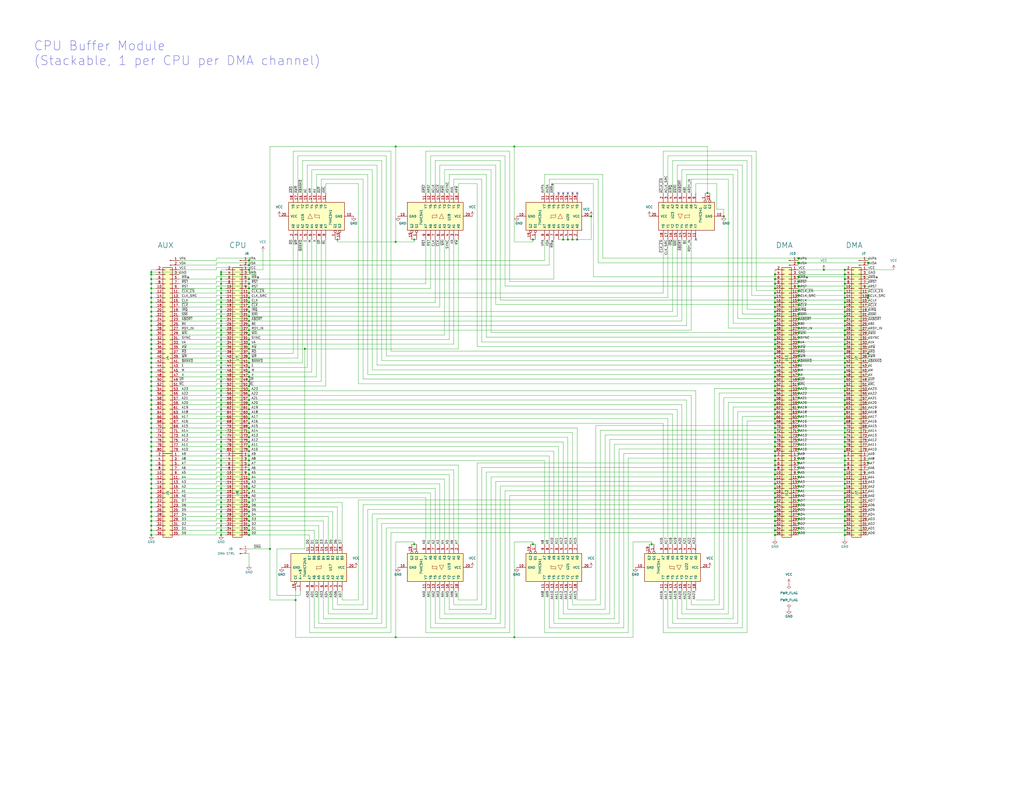
<source format=kicad_sch>
(kicad_sch (version 20211123) (generator eeschema)
  (paper "C")
  (junction (at 422.91 261.62))
  (junction (at 461.01 289.56))
  (junction (at 461.01 195.58))
  (junction (at 461.01 223.52))
  (junction (at 120.65 180.34))
  (junction (at 461.01 170.18))
  (junction (at 82.55 226.06))
  (junction (at 120.65 208.28))
  (junction (at 473.6271 162.56))
  (junction (at 135.89 165.1))
  (junction (at 82.55 195.58))
  (junction (at 435.61 168.91))
  (junction (at 435.61 290.83))
  (junction (at 312.42 130.81))
  (junction (at 461.01 160.02))
  (junction (at 120.65 162.56))
  (junction (at 82.55 187.96))
  (junction (at 461.01 157.48))
  (junction (at 435.61 161.29))
  (junction (at 422.91 238.76))
  (junction (at 135.89 228.6))
  (junction (at 280.67 80.01))
  (junction (at 135.89 187.96))
  (junction (at 120.65 248.92))
  (junction (at 435.61 237.49))
  (junction (at 461.01 165.1))
  (junction (at 135.89 193.04))
  (junction (at 120.65 152.4))
  (junction (at 82.55 264.16))
  (junction (at 307.34 130.81))
  (junction (at 82.55 287.02))
  (junction (at 120.65 223.52))
  (junction (at 135.89 246.38))
  (junction (at 422.91 154.94))
  (junction (at 135.89 279.4))
  (junction (at 135.89 198.12))
  (junction (at 280.67 347.98))
  (junction (at 461.01 226.06))
  (junction (at 435.61 265.43))
  (junction (at 120.65 289.56))
  (junction (at 120.65 177.8))
  (junction (at 422.91 292.1))
  (junction (at 290.83 130.81))
  (junction (at 422.91 152.4))
  (junction (at 82.55 160.02))
  (junction (at 82.55 256.54))
  (junction (at 461.01 269.24))
  (junction (at 135.89 248.92))
  (junction (at 82.55 198.12))
  (junction (at 461.01 172.72))
  (junction (at 82.55 271.78))
  (junction (at 135.89 147.32))
  (junction (at 422.91 195.58))
  (junction (at 422.91 185.42))
  (junction (at 422.91 210.82))
  (junction (at 435.61 280.67))
  (junction (at 120.65 160.02))
  (junction (at 120.65 215.9))
  (junction (at 461.01 287.02))
  (junction (at 120.65 203.2))
  (junction (at 82.55 236.22))
  (junction (at 461.01 167.64))
  (junction (at 461.01 154.94))
  (junction (at 435.61 283.21))
  (junction (at 82.55 238.76))
  (junction (at 120.65 281.94))
  (junction (at 135.89 220.98))
  (junction (at 120.65 190.5))
  (junction (at 422.91 271.78))
  (junction (at 422.91 220.98))
  (junction (at 120.65 167.64))
  (junction (at 435.61 171.45))
  (junction (at 135.89 284.48))
  (junction (at 120.65 274.32))
  (junction (at 135.89 195.58))
  (junction (at 422.91 254))
  (junction (at 435.5924 143.51))
  (junction (at 435.61 262.89))
  (junction (at 435.61 191.77))
  (junction (at 422.91 198.12))
  (junction (at 422.91 149.86))
  (junction (at 473.71 162.56))
  (junction (at 461.01 182.88))
  (junction (at 135.89 210.82))
  (junction (at 82.55 152.4))
  (junction (at 82.55 205.74))
  (junction (at 135.89 208.28))
  (junction (at 435.61 270.51))
  (junction (at 435.61 156.21))
  (junction (at 461.01 185.42))
  (junction (at 82.55 261.62))
  (junction (at 82.55 274.32))
  (junction (at 422.91 248.92))
  (junction (at 120.65 226.06))
  (junction (at 461.01 228.6))
  (junction (at 135.89 231.14))
  (junction (at 135.89 157.48))
  (junction (at 120.65 170.18))
  (junction (at 135.89 274.32))
  (junction (at 422.91 279.4))
  (junction (at 461.01 187.96))
  (junction (at 120.65 238.76))
  (junction (at 82.55 241.3))
  (junction (at 120.65 236.22))
  (junction (at 435.61 186.69))
  (junction (at 435.4871 252.73))
  (junction (at 82.55 223.52))
  (junction (at 82.55 248.92))
  (junction (at 422.91 193.04))
  (junction (at 461.01 233.68))
  (junction (at 135.89 167.64))
  (junction (at 435.61 255.27))
  (junction (at 120.65 154.94))
  (junction (at 435.61 278.13))
  (junction (at 135.89 256.54))
  (junction (at 435.61 229.87))
  (junction (at 422.91 218.44))
  (junction (at 422.91 284.48))
  (junction (at 461.01 205.74))
  (junction (at 435.61 273.05))
  (junction (at 82.55 279.4))
  (junction (at 435.61 234.95))
  (junction (at 135.89 266.7))
  (junction (at 435.61 184.15))
  (junction (at 435.61 204.47))
  (junction (at 461.01 152.4))
  (junction (at 215.9 132.08))
  (junction (at 422.91 190.5))
  (junction (at 82.55 213.36))
  (junction (at 82.55 149.86))
  (junction (at 82.55 203.2))
  (junction (at 435.61 176.53))
  (junction (at 82.55 231.14))
  (junction (at 166.37 190.5))
  (junction (at 135.89 271.78))
  (junction (at 314.96 130.81))
  (junction (at 461.01 208.28))
  (junction (at 461.01 261.62))
  (junction (at 422.91 241.3))
  (junction (at 461.01 284.48))
  (junction (at 120.65 200.66))
  (junction (at 435.61 158.75))
  (junction (at 135.89 172.72))
  (junction (at 473.6271 161.29))
  (junction (at 422.91 243.84))
  (junction (at 120.65 205.74))
  (junction (at 135.89 182.88))
  (junction (at 135.89 142.24))
  (junction (at 435.61 285.75))
  (junction (at 82.55 254))
  (junction (at 161.29 327.66))
  (junction (at 422.91 160.02))
  (junction (at 120.65 228.6))
  (junction (at 215.9 80.01))
  (junction (at 82.55 177.8))
  (junction (at 120.65 193.04))
  (junction (at 135.89 152.4))
  (junction (at 422.91 269.24))
  (junction (at 435.61 267.97))
  (junction (at 473.71 161.29))
  (junction (at 435.5271 161.29))
  (junction (at 449.58 147.32))
  (junction (at 135.89 162.56))
  (junction (at 120.65 264.16))
  (junction (at 422.91 213.36))
  (junction (at 461.01 213.36))
  (junction (at 435.61 143.51))
  (junction (at 226.06 130.81))
  (junction (at 422.91 289.56))
  (junction (at 120.65 243.84))
  (junction (at 82.55 148.59))
  (junction (at 120.65 187.96))
  (junction (at 435.61 166.37))
  (junction (at 461.01 180.34))
  (junction (at 82.55 157.48))
  (junction (at 135.89 203.2))
  (junction (at 135.89 218.44))
  (junction (at 120.65 246.38))
  (junction (at 422.91 287.02))
  (junction (at 461.01 177.8))
  (junction (at 120.65 198.12))
  (junction (at 135.89 261.62))
  (junction (at 135.89 243.84))
  (junction (at 135.89 236.22))
  (junction (at 226.06 297.18))
  (junction (at 290.83 297.18))
  (junction (at 435.61 163.83))
  (junction (at 135.89 259.08))
  (junction (at 422.91 256.54))
  (junction (at 473.5871 252.73))
  (junction (at 82.55 228.6))
  (junction (at 461.01 281.94))
  (junction (at 422.91 167.64))
  (junction (at 135.89 170.18))
  (junction (at 435.61 194.31))
  (junction (at 82.55 190.5))
  (junction (at 435.61 288.29))
  (junction (at 82.55 175.26))
  (junction (at 461.01 246.38))
  (junction (at 461.01 190.5))
  (junction (at 461.01 241.3))
  (junction (at 82.55 185.42))
  (junction (at 435.61 219.71))
  (junction (at 435.61 250.19))
  (junction (at 120.65 172.72))
  (junction (at 461.01 200.66))
  (junction (at 120.65 266.7))
  (junction (at 422.91 226.06))
  (junction (at 135.89 177.8))
  (junction (at 461.01 271.78))
  (junction (at 135.89 292.1))
  (junction (at 82.55 269.24))
  (junction (at 135.89 289.56))
  (junction (at 435.61 181.61))
  (junction (at 82.55 215.9))
  (junction (at 461.01 162.56))
  (junction (at 120.65 256.54))
  (junction (at 135.89 264.16))
  (junction (at 120.65 251.46))
  (junction (at 461.01 218.44))
  (junction (at 120.65 233.68))
  (junction (at 422.91 187.96))
  (junction (at 435.61 196.85))
  (junction (at 135.89 287.02))
  (junction (at 435.61 199.39))
  (junction (at 135.89 254))
  (junction (at 435.61 257.81))
  (junction (at 435.61 153.67))
  (junction (at 135.89 276.86))
  (junction (at 461.01 251.46))
  (junction (at 461.01 274.32))
  (junction (at 461.01 236.22))
  (junction (at 215.9 347.98))
  (junction (at 82.55 292.1))
  (junction (at 82.55 200.66))
  (junction (at 435.61 201.93))
  (junction (at 120.65 149.86))
  (junction (at 461.01 231.14))
  (junction (at 422.91 157.48))
  (junction (at 120.65 185.42))
  (junction (at 120.65 175.26))
  (junction (at 461.01 259.08))
  (junction (at 135.89 251.46))
  (junction (at 461.01 203.2))
  (junction (at 461.01 198.12))
  (junction (at 82.55 193.04))
  (junction (at 461.01 276.86))
  (junction (at 422.91 182.88))
  (junction (at 135.89 154.94))
  (junction (at 422.91 170.18))
  (junction (at 461.01 193.04))
  (junction (at 461.01 254))
  (junction (at 422.91 203.2))
  (junction (at 82.55 246.38))
  (junction (at 435.61 224.79))
  (junction (at 355.6 297.18))
  (junction (at 461.01 256.54))
  (junction (at 120.65 218.44))
  (junction (at 435.61 242.57))
  (junction (at 422.91 172.72))
  (junction (at 422.91 205.74))
  (junction (at 422.91 228.6))
  (junction (at 461.01 149.86))
  (junction (at 135.89 215.9))
  (junction (at 435.61 260.35))
  (junction (at 422.91 177.8))
  (junction (at 120.65 279.4))
  (junction (at 461.01 215.9))
  (junction (at 435.61 232.41))
  (junction (at 120.65 213.36))
  (junction (at 435.61 212.09))
  (junction (at 461.01 292.1))
  (junction (at 422.91 200.66))
  (junction (at 435.61 217.17))
  (junction (at 184.15 130.81))
  (junction (at 82.55 170.18))
  (junction (at 82.55 266.7))
  (junction (at 435.61 189.23))
  (junction (at 461.01 175.26))
  (junction (at 120.65 182.88))
  (junction (at 120.65 269.24))
  (junction (at 422.91 231.14))
  (junction (at 120.65 287.02))
  (junction (at 394.97 118.11))
  (junction (at 422.91 251.46))
  (junction (at 422.91 266.7))
  (junction (at 82.55 208.28))
  (junction (at 120.65 254))
  (junction (at 147.32 299.72))
  (junction (at 82.55 220.98))
  (junction (at 135.89 190.5))
  (junction (at 120.65 259.08))
  (junction (at 120.65 241.3))
  (junction (at 82.55 182.88))
  (junction (at 120.65 220.98))
  (junction (at 435.61 222.25))
  (junction (at 435.61 209.55))
  (junction (at 120.65 210.82))
  (junction (at 422.91 264.16))
  (junction (at 82.55 284.48))
  (junction (at 435.61 173.99))
  (junction (at 135.89 200.66))
  (junction (at 135.89 175.26))
  (junction (at 120.65 148.59))
  (junction (at 461.01 210.82))
  (junction (at 135.89 213.36))
  (junction (at 135.89 144.78))
  (junction (at 309.88 130.81))
  (junction (at 120.65 284.48))
  (junction (at 82.55 165.1))
  (junction (at 386.08 105.41))
  (junction (at 435.61 207.01))
  (junction (at 120.65 261.62))
  (junction (at 422.91 233.68))
  (junction (at 135.89 233.68))
  (junction (at 82.55 218.44))
  (junction (at 422.91 175.26))
  (junction (at 435.61 240.03))
  (junction (at 135.89 205.74))
  (junction (at 120.65 276.86))
  (junction (at 135.89 185.42))
  (junction (at 422.91 246.38))
  (junction (at 120.65 231.14))
  (junction (at 435.61 151.13))
  (junction (at 461.01 264.16))
  (junction (at 461.01 279.4))
  (junction (at 435.61 245.11))
  (junction (at 422.91 276.86))
  (junction (at 135.89 241.3))
  (junction (at 473.71 193.04))
  (junction (at 135.89 226.06))
  (junction (at 82.55 259.08))
  (junction (at 135.89 281.94))
  (junction (at 82.55 210.82))
  (junction (at 422.91 223.52))
  (junction (at 120.65 157.48))
  (junction (at 435.61 252.73))
  (junction (at 435.61 247.65))
  (junction (at 422.91 236.22))
  (junction (at 82.55 162.56))
  (junction (at 82.55 154.94))
  (junction (at 422.91 259.08))
  (junction (at 135.89 223.52))
  (junction (at 82.55 289.56))
  (junction (at 135.89 269.24))
  (junction (at 82.55 180.34))
  (junction (at 135.89 180.34))
  (junction (at 120.65 292.1))
  (junction (at 82.55 281.94))
  (junction (at 422.91 180.34))
  (junction (at 422.91 281.94))
  (junction (at 435.61 227.33))
  (junction (at 461.01 147.32))
  (junction (at 82.55 243.84))
  (junction (at 120.65 195.58))
  (junction (at 422.91 215.9))
  (junction (at 82.55 251.46))
  (junction (at 461.01 220.98))
  (junction (at 461.01 243.84))
  (junction (at 461.01 266.7))
  (junction (at 473.6924 143.51))
  (junction (at 422.91 165.1))
  (junction (at 82.55 233.68))
  (junction (at 461.01 238.76))
  (junction (at 461.01 248.92))
  (junction (at 422.91 208.28))
  (junction (at 422.91 162.56))
  (junction (at 135.89 160.02))
  (junction (at 82.55 167.64))
  (junction (at 135.89 238.76))
  (junction (at 435.61 214.63))
  (junction (at 120.65 271.78))
  (junction (at 435.61 179.07))
  (junction (at 322.58 118.11))
  (junction (at 120.65 165.1))
  (junction (at 82.55 276.86))
  (junction (at 435.61 275.59))
  (junction (at 435.61 140.97))
  (junction (at 82.55 172.72))
  (junction (at 422.91 274.32))
  (no_connect (at 307.34 105.41))
  (no_connect (at 304.8 105.41))
  (no_connect (at 309.88 105.41))
  (no_connect (at 312.42 105.41))
  (no_connect (at 314.96 105.41))
  (no_connect (at 379.73 130.81))
  (wire (pts (xy 435.61 219.71) (xy 473.71 219.71)))
  (wire (pts (xy 82.55 215.9) (xy 82.55 218.44)))
  (wire (pts (xy 120.65 185.42) (xy 123.19 185.42)))
  (wire (pts (xy 372.11 220.98) (xy 135.89 220.98)))
  (wire (pts (xy 118.11 255.27) (xy 118.11 256.54)))
  (wire (pts (xy 120.65 149.86) (xy 120.65 152.4)))
  (wire (pts (xy 330.2 332.74) (xy 309.88 332.74)))
  (wire (pts (xy 461.01 162.56) (xy 461.01 165.1)))
  (wire (pts (xy 473.71 151.13) (xy 473.71 152.4)))
  (wire (pts (xy 198.12 330.2) (xy 198.12 275.59)))
  (wire (pts (xy 163.83 322.58) (xy 163.83 325.12)))
  (wire (pts (xy 435.61 273.05) (xy 435.61 274.32)))
  (wire (pts (xy 242.57 105.41) (xy 242.57 92.71)))
  (wire (pts (xy 461.01 287.02) (xy 461.01 289.56)))
  (wire (pts (xy 377.19 215.9) (xy 135.89 215.9)))
  (wire (pts (xy 82.55 266.7) (xy 85.09 266.7)))
  (wire (pts (xy 435.61 168.91) (xy 407.67 168.91)))
  (wire (pts (xy 473.71 234.95) (xy 473.71 236.22)))
  (wire (pts (xy 461.01 180.34) (xy 461.01 182.88)))
  (wire (pts (xy 435.61 232.41) (xy 435.61 233.68)))
  (wire (pts (xy 422.91 198.12) (xy 422.91 200.66)))
  (wire (pts (xy 473.71 214.63) (xy 473.71 215.9)))
  (wire (pts (xy 435.61 147.32) (xy 449.58 147.32)))
  (wire (pts (xy 473.71 184.15) (xy 473.71 185.42)))
  (wire (pts (xy 118.11 273.05) (xy 118.11 274.32)))
  (wire (pts (xy 97.79 142.24) (xy 118.11 142.24)))
  (wire (pts (xy 118.11 182.88) (xy 97.79 182.88)))
  (wire (pts (xy 135.89 283.21) (xy 118.11 283.21)))
  (wire (pts (xy 473.71 193.04) (xy 473.71 193.2639)))
  (wire (pts (xy 118.11 176.53) (xy 118.11 177.8)))
  (wire (pts (xy 461.01 256.54) (xy 461.01 259.08)))
  (wire (pts (xy 237.49 297.18) (xy 237.49 266.7)))
  (wire (pts (xy 435.61 224.79) (xy 402.59 224.79)))
  (wire (pts (xy 372.11 220.98) (xy 372.11 297.18)))
  (wire (pts (xy 304.8 130.81) (xy 307.34 130.81)))
  (wire (pts (xy 275.59 85.09) (xy 275.59 156.21)))
  (wire (pts (xy 120.65 279.4) (xy 120.65 281.94)))
  (wire (pts (xy 120.65 162.56) (xy 120.65 165.1)))
  (wire (pts (xy 135.89 255.27) (xy 118.11 255.27)))
  (wire (pts (xy 435.61 232.41) (xy 473.71 232.41)))
  (wire (pts (xy 265.43 95.25) (xy 265.43 184.15)))
  (wire (pts (xy 422.91 177.8) (xy 422.91 180.34)))
  (wire (pts (xy 82.55 259.08) (xy 85.09 259.08)))
  (wire (pts (xy 461.01 195.58) (xy 461.01 198.12)))
  (wire (pts (xy 184.15 130.81) (xy 182.88 130.81)))
  (wire (pts (xy 135.89 273.05) (xy 118.11 273.05)))
  (wire (pts (xy 120.65 246.38) (xy 123.19 246.38)))
  (wire (pts (xy 167.64 200.66) (xy 135.89 200.66)))
  (wire (pts (xy 461.01 233.68) (xy 461.01 236.22)))
  (wire (pts (xy 170.18 203.2) (xy 135.89 203.2)))
  (wire (pts (xy 297.18 251.46) (xy 297.18 297.18)))
  (wire (pts (xy 422.91 172.72) (xy 422.91 175.26)))
  (wire (pts (xy 135.89 237.49) (xy 135.89 238.76)))
  (wire (pts (xy 435.61 252.73) (xy 435.4871 252.73)))
  (wire (pts (xy 435.61 252.73) (xy 473.5871 252.73)))
  (wire (pts (xy 120.65 157.48) (xy 120.65 160.02)))
  (wire (pts (xy 461.01 261.62) (xy 461.01 264.16)))
  (wire (pts (xy 435.61 285.75) (xy 473.71 285.75)))
  (wire (pts (xy 118.11 162.56) (xy 97.79 162.56)))
  (wire (pts (xy 435.5924 143.51) (xy 326.39 143.51)))
  (wire (pts (xy 120.65 160.02) (xy 123.19 160.02)))
  (wire (pts (xy 232.41 130.81) (xy 232.41 154.94)))
  (wire (pts (xy 120.65 182.88) (xy 120.65 185.42)))
  (wire (pts (xy 309.88 238.76) (xy 309.88 297.18)))
  (wire (pts (xy 118.11 227.33) (xy 118.11 228.6)))
  (wire (pts (xy 120.65 193.04) (xy 123.19 193.04)))
  (wire (pts (xy 461.01 170.18) (xy 461.01 172.72)))
  (wire (pts (xy 473.71 227.33) (xy 473.71 228.6)))
  (wire (pts (xy 422.91 264.16) (xy 422.91 266.7)))
  (wire (pts (xy 355.6 295.91) (xy 345.44 295.91)))
  (wire (pts (xy 435.61 158.75) (xy 473.71 158.75)))
  (wire (pts (xy 186.69 274.32) (xy 186.69 297.18)))
  (wire (pts (xy 135.89 255.27) (xy 135.89 256.54)))
  (wire (pts (xy 374.65 105.41) (xy 374.65 95.25)))
  (wire (pts (xy 135.89 147.32) (xy 143.51 147.32)))
  (wire (pts (xy 473.71 212.09) (xy 473.71 213.36)))
  (wire (pts (xy 473.71 191.77) (xy 473.71 193.04)))
  (wire (pts (xy 461.01 185.42) (xy 461.01 187.96)))
  (wire (pts (xy 435.61 163.83) (xy 273.05 163.83)))
  (wire (pts (xy 118.11 144.78) (xy 118.11 143.51)))
  (wire (pts (xy 177.8 100.33) (xy 195.58 100.33)))
  (wire (pts (xy 135.89 153.67) (xy 118.11 153.67)))
  (wire (pts (xy 473.71 242.57) (xy 473.71 243.84)))
  (wire (pts (xy 245.11 259.08) (xy 135.89 259.08)))
  (wire (pts (xy 435.61 255.27) (xy 473.71 255.27)))
  (wire (pts (xy 118.11 205.74) (xy 97.79 205.74)))
  (wire (pts (xy 422.91 281.94) (xy 422.91 284.48)))
  (wire (pts (xy 461.01 149.86) (xy 461.01 152.4)))
  (wire (pts (xy 135.89 290.83) (xy 118.11 290.83)))
  (wire (pts (xy 247.65 97.79) (xy 262.89 97.79)))
  (wire (pts (xy 161.29 327.66) (xy 161.29 322.58)))
  (wire (pts (xy 82.55 172.72) (xy 82.55 175.26)))
  (wire (pts (xy 135.89 179.07) (xy 118.11 179.07)))
  (wire (pts (xy 82.55 266.7) (xy 82.55 269.24)))
  (wire (pts (xy 435.61 242.57) (xy 435.61 243.84)))
  (wire (pts (xy 461.01 243.84) (xy 461.01 246.38)))
  (wire (pts (xy 118.11 289.56) (xy 97.79 289.56)))
  (wire (pts (xy 422.91 157.48) (xy 422.91 160.02)))
  (wire (pts (xy 435.61 227.33) (xy 405.13 227.33)))
  (wire (pts (xy 118.11 203.2) (xy 97.79 203.2)))
  (wire (pts (xy 118.11 157.48) (xy 97.79 157.48)))
  (wire (pts (xy 82.55 170.18) (xy 85.09 170.18)))
  (wire (pts (xy 118.11 288.29) (xy 118.11 289.56)))
  (wire (pts (xy 118.11 275.59) (xy 118.11 276.86)))
  (wire (pts (xy 435.5271 161.29) (xy 410.21 161.29)))
  (wire (pts (xy 422.91 220.98) (xy 422.91 223.52)))
  (wire (pts (xy 176.53 322.58) (xy 176.53 337.82)))
  (wire (pts (xy 135.89 172.72) (xy 135.89 171.45)))
  (wire (pts (xy 82.55 157.48) (xy 82.55 160.02)))
  (wire (pts (xy 82.55 226.06) (xy 85.09 226.06)))
  (wire (pts (xy 175.26 105.41) (xy 175.26 97.79)))
  (wire (pts (xy 461.01 200.66) (xy 461.01 203.2)))
  (wire (pts (xy 82.55 193.04) (xy 85.09 193.04)))
  (wire (pts (xy 422.91 154.94) (xy 422.91 157.48)))
  (wire (pts (xy 120.65 238.76) (xy 123.19 238.76)))
  (wire (pts (xy 435.61 173.99) (xy 473.71 173.99)))
  (wire (pts (xy 435.61 227.33) (xy 435.61 228.6)))
  (wire (pts (xy 273.05 340.36) (xy 273.05 265.43)))
  (wire (pts (xy 379.73 213.36) (xy 379.73 297.18)))
  (wire (pts (xy 118.11 212.09) (xy 118.11 213.36)))
  (wire (pts (xy 435.61 214.63) (xy 473.71 214.63)))
  (wire (pts (xy 135.89 260.35) (xy 118.11 260.35)))
  (wire (pts (xy 82.55 165.1) (xy 82.55 167.64)))
  (wire (pts (xy 118.11 270.51) (xy 118.11 271.78)))
  (wire (pts (xy 118.11 237.49) (xy 118.11 238.76)))
  (wire (pts (xy 82.55 182.88) (xy 82.55 185.42)))
  (wire (pts (xy 369.57 172.72) (xy 135.89 172.72)))
  (wire (pts (xy 213.36 82.55) (xy 160.02 82.55)))
  (wire (pts (xy 82.55 218.44) (xy 82.55 220.98)))
  (wire (pts (xy 135.89 194.31) (xy 118.11 194.31)))
  (wire (pts (xy 118.11 186.69) (xy 118.11 187.96)))
  (wire (pts (xy 237.49 266.7) (xy 135.89 266.7)))
  (wire (pts (xy 171.45 342.9) (xy 171.45 322.58)))
  (wire (pts (xy 120.65 185.42) (xy 120.65 187.96)))
  (wire (pts (xy 82.55 187.96) (xy 82.55 190.5)))
  (wire (pts (xy 260.35 189.23) (xy 435.61 189.23)))
  (wire (pts (xy 379.73 105.41) (xy 379.73 100.33)))
  (wire (pts (xy 118.11 215.9) (xy 97.79 215.9)))
  (wire (pts (xy 120.65 246.38) (xy 120.65 248.92)))
  (wire (pts (xy 435.61 278.13) (xy 473.71 278.13)))
  (wire (pts (xy 120.65 259.08) (xy 123.19 259.08)))
  (wire (pts (xy 226.06 295.91) (xy 226.06 297.18)))
  (wire (pts (xy 245.11 322.58) (xy 245.11 332.74)))
  (wire (pts (xy 400.05 176.53) (xy 400.05 95.25)))
  (wire (pts (xy 367.03 130.81) (xy 367.03 170.18)))
  (wire (pts (xy 163.83 325.12) (xy 151.13 325.12)))
  (wire (pts (xy 118.11 200.66) (xy 97.79 200.66)))
  (wire (pts (xy 250.19 130.81) (xy 250.19 190.5)))
  (wire (pts (xy 97.79 147.32) (xy 118.11 147.32)))
  (wire (pts (xy 449.58 147.32) (xy 461.01 147.32)))
  (wire (pts (xy 82.55 154.94) (xy 85.09 154.94)))
  (wire (pts (xy 435.61 156.21) (xy 435.61 157.48)))
  (wire (pts (xy 120.65 248.92) (xy 123.19 248.92)))
  (wire (pts (xy 402.59 92.71) (xy 372.11 92.71)))
  (wire (pts (xy 369.57 337.82) (xy 369.57 322.58)))
  (wire (pts (xy 82.55 246.38) (xy 85.09 246.38)))
  (wire (pts (xy 473.71 171.45) (xy 473.71 172.72)))
  (wire (pts (xy 213.36 82.55) (xy 213.36 191.77)))
  (wire (pts (xy 435.61 275.59) (xy 473.71 275.59)))
  (wire (pts (xy 422.91 160.02) (xy 422.91 162.56)))
  (wire (pts (xy 435.61 196.85) (xy 473.71 196.85)))
  (wire (pts (xy 120.65 193.04) (xy 120.65 195.58)))
  (wire (pts (xy 173.99 322.58) (xy 173.99 340.36)))
  (wire (pts (xy 377.19 105.41) (xy 377.19 97.79)))
  (wire (pts (xy 473.71 207.01) (xy 473.71 208.28)))
  (wire (pts (xy 120.65 190.5) (xy 123.19 190.5)))
  (wire (pts (xy 118.11 189.23) (xy 118.11 190.5)))
  (wire (pts (xy 304.8 243.84) (xy 304.8 297.18)))
  (wire (pts (xy 435.61 194.31) (xy 473.71 194.31)))
  (wire (pts (xy 82.55 226.06) (xy 82.55 228.6)))
  (wire (pts (xy 435.61 288.29) (xy 435.61 289.56)))
  (wire (pts (xy 120.65 160.02) (xy 120.65 162.56)))
  (wire (pts (xy 290.83 130.81) (xy 289.56 130.81)))
  (wire (pts (xy 461.01 147.32) (xy 461.01 149.86)))
  (wire (pts (xy 242.57 130.81) (xy 242.57 182.88)))
  (wire (pts (xy 461.01 226.06) (xy 461.01 228.6)))
  (wire (pts (xy 307.34 335.28) (xy 332.74 335.28)))
  (wire (pts (xy 120.65 180.34) (xy 120.65 182.88)))
  (wire (pts (xy 260.35 327.66) (xy 260.35 252.73)))
  (wire (pts (xy 369.57 223.52) (xy 135.89 223.52)))
  (wire (pts (xy 173.99 287.02) (xy 173.99 297.18)))
  (wire (pts (xy 120.65 170.18) (xy 120.65 172.72)))
  (wire (pts (xy 118.11 233.68) (xy 97.79 233.68)))
  (wire (pts (xy 181.61 322.58) (xy 181.61 332.74)))
  (wire (pts (xy 435.61 288.29) (xy 210.82 288.29)))
  (wire (pts (xy 135.89 176.53) (xy 118.11 176.53)))
  (wire (pts (xy 435.61 255.27) (xy 435.61 256.54)))
  (wire (pts (xy 461.01 218.44) (xy 461.01 220.98)))
  (wire (pts (xy 120.65 251.46) (xy 120.65 254)))
  (wire (pts (xy 461.01 160.02) (xy 461.01 162.56)))
  (wire (pts (xy 435.61 278.13) (xy 200.66 278.13)))
  (wire (pts (xy 120.65 165.1) (xy 123.19 165.1)))
  (wire (pts (xy 234.95 130.81) (xy 234.95 157.48)))
  (wire (pts (xy 135.89 270.51) (xy 118.11 270.51)))
  (wire (pts (xy 461.01 175.26) (xy 461.01 177.8)))
  (wire (pts (xy 394.97 332.74) (xy 374.65 332.74)))
  (wire (pts (xy 473.71 290.83) (xy 473.71 292.1)))
  (wire (pts (xy 473.71 158.75) (xy 473.71 160.02)))
  (wire (pts (xy 162.56 195.58) (xy 135.89 195.58)))
  (wire (pts (xy 473.71 163.83) (xy 473.71 165.1)))
  (wire (pts (xy 290.83 132.08) (xy 290.83 130.81)))
  (wire (pts (xy 245.11 105.41) (xy 245.11 95.25)))
  (wire (pts (xy 435.61 285.75) (xy 208.28 285.75)))
  (wire (pts (xy 473.71 219.71) (xy 473.71 220.98)))
  (wire (pts (xy 135.89 207.01) (xy 135.89 208.28)))
  (wire (pts (xy 312.42 330.2) (xy 327.66 330.2)))
  (wire (pts (xy 461.01 172.72) (xy 461.01 175.26)))
  (wire (pts (xy 461.01 208.28) (xy 461.01 210.82)))
  (wire (pts (xy 435.61 242.57) (xy 473.71 242.57)))
  (wire (pts (xy 461.01 198.12) (xy 461.01 200.66)))
  (wire (pts (xy 435.61 217.17) (xy 435.61 218.44)))
  (wire (pts (xy 135.89 219.71) (xy 135.89 220.98)))
  (wire (pts (xy 151.13 325.12) (xy 151.13 299.72)))
  (wire (pts (xy 135.89 181.61) (xy 118.11 181.61)))
  (wire (pts (xy 473.71 181.61) (xy 473.71 182.88)))
  (wire (pts (xy 367.03 226.06) (xy 367.03 297.18)))
  (wire (pts (xy 135.89 222.25) (xy 135.89 223.52)))
  (wire (pts (xy 435.61 222.25) (xy 473.71 222.25)))
  (wire (pts (xy 120.65 180.34) (xy 123.19 180.34)))
  (wire (pts (xy 290.83 297.18) (xy 289.56 297.18)))
  (wire (pts (xy 82.55 213.36) (xy 82.55 215.9)))
  (wire (pts (xy 82.55 185.42) (xy 85.09 185.42)))
  (wire (pts (xy 118.11 285.75) (xy 118.11 287.02)))
  (wire (pts (xy 135.89 288.29) (xy 118.11 288.29)))
  (wire (pts (xy 118.11 214.63) (xy 118.11 215.9)))
  (wire (pts (xy 473.71 204.47) (xy 473.71 205.74)))
  (wire (pts (xy 422.91 246.38) (xy 422.91 248.92)))
  (wire (pts (xy 435.61 267.97) (xy 275.59 267.97)))
  (wire (pts (xy 435.61 140.97) (xy 435.61 142.24)))
  (wire (pts (xy 435.61 232.41) (xy 325.12 232.41)))
  (wire (pts (xy 186.69 327.66) (xy 186.69 322.58)))
  (wire (pts (xy 118.11 250.19) (xy 118.11 251.46)))
  (wire (pts (xy 270.51 262.89) (xy 270.51 337.82)))
  (wire (pts (xy 118.11 261.62) (xy 97.79 261.62)))
  (wire (pts (xy 135.89 207.01) (xy 118.11 207.01)))
  (wire (pts (xy 135.89 209.55) (xy 118.11 209.55)))
  (wire (pts (xy 473.71 265.43) (xy 473.71 266.7)))
  (wire (pts (xy 118.11 231.14) (xy 97.79 231.14)))
  (wire (pts (xy 435.61 222.25) (xy 435.61 223.52)))
  (wire (pts (xy 184.15 132.08) (xy 184.15 130.81)))
  (wire (pts (xy 302.26 152.4) (xy 135.89 152.4)))
  (wire (pts (xy 473.71 229.87) (xy 473.71 231.14)))
  (wire (pts (xy 135.89 163.83) (xy 118.11 163.83)))
  (wire (pts (xy 120.65 256.54) (xy 120.65 259.08)))
  (wire (pts (xy 120.65 236.22) (xy 123.19 236.22)))
  (wire (pts (xy 135.89 201.93) (xy 135.89 203.2)))
  (wire (pts (xy 120.65 149.86) (xy 123.19 149.86)))
  (wire (pts (xy 240.03 337.82) (xy 240.03 322.58)))
  (wire (pts (xy 364.49 228.6) (xy 135.89 228.6)))
  (wire (pts (xy 407.67 87.63) (xy 407.67 168.91)))
  (wire (pts (xy 118.11 213.36) (xy 97.79 213.36)))
  (wire (pts (xy 82.55 274.32) (xy 85.09 274.32)))
  (wire (pts (xy 330.2 332.74) (xy 330.2 237.49)))
  (wire (pts (xy 461.01 193.04) (xy 461.01 195.58)))
  (wire (pts (xy 120.65 215.9) (xy 123.19 215.9)))
  (wire (pts (xy 135.89 288.29) (xy 135.89 289.56)))
  (wire (pts (xy 397.51 219.71) (xy 397.51 335.28)))
  (wire (pts (xy 242.57 92.71) (xy 267.97 92.71)))
  (wire (pts (xy 82.55 195.58) (xy 85.09 195.58)))
  (wire (pts (xy 118.11 238.76) (xy 97.79 238.76)))
  (wire (pts (xy 407.67 229.87) (xy 407.67 345.44)))
  (wire (pts (xy 120.65 152.4) (xy 123.19 152.4)))
  (wire (pts (xy 312.42 130.81) (xy 314.96 130.81)))
  (wire (pts (xy 210.82 85.09) (xy 162.56 85.09)))
  (wire (pts (xy 435.61 265.43) (xy 435.61 266.7)))
  (wire (pts (xy 435.61 250.19) (xy 435.61 251.46)))
  (wire (pts (xy 372.11 175.26) (xy 135.89 175.26)))
  (wire (pts (xy 299.72 248.92) (xy 135.89 248.92)))
  (wire (pts (xy 120.65 261.62) (xy 120.65 264.16)))
  (wire (pts (xy 435.61 290.83) (xy 473.71 290.83)))
  (wire (pts (xy 435.61 158.75) (xy 435.61 160.02)))
  (wire (pts (xy 135.89 262.89) (xy 118.11 262.89)))
  (wire (pts (xy 473.71 224.79) (xy 473.71 226.06)))
  (wire (pts (xy 118.11 152.4) (xy 97.79 152.4)))
  (wire (pts (xy 82.55 175.26) (xy 85.09 175.26)))
  (wire (pts (xy 374.65 218.44) (xy 135.89 218.44)))
  (wire (pts (xy 205.74 283.21) (xy 205.74 337.82)))
  (wire (pts (xy 135.89 247.65) (xy 118.11 247.65)))
  (wire (pts (xy 135.89 186.69) (xy 135.89 187.96)))
  (wire (pts (xy 82.55 180.34) (xy 85.09 180.34)))
  (wire (pts (xy 82.55 190.5) (xy 85.09 190.5)))
  (wire (pts (xy 120.65 281.94) (xy 123.19 281.94)))
  (wire (pts (xy 135.89 250.19) (xy 118.11 250.19)))
  (wire (pts (xy 473.71 240.03) (xy 473.71 241.3)))
  (wire (pts (xy 118.11 209.55) (xy 118.11 210.82)))
  (wire (pts (xy 435.61 161.29) (xy 473.6271 161.29)))
  (wire (pts (xy 314.96 130.81) (xy 322.58 130.81)))
  (wire (pts (xy 473.71 255.27) (xy 473.71 256.54)))
  (wire (pts (xy 435.61 166.37) (xy 270.51 166.37)))
  (wire (pts (xy 120.65 264.16) (xy 120.65 266.7)))
  (wire (pts (xy 135.89 257.81) (xy 135.89 259.08)))
  (wire (pts (xy 168.91 345.44) (xy 213.36 345.44)))
  (wire (pts (xy 120.65 177.8) (xy 120.65 180.34)))
  (wire (pts (xy 369.57 223.52) (xy 369.57 297.18)))
  (wire (pts (xy 82.55 190.5) (xy 82.55 193.04)))
  (wire (pts (xy 435.61 224.79) (xy 473.71 224.79)))
  (wire (pts (xy 118.11 280.67) (xy 118.11 281.94)))
  (wire (pts (xy 82.55 248.92) (xy 82.55 251.46)))
  (wire (pts (xy 435.61 290.83) (xy 213.36 290.83)))
  (wire (pts (xy 461.01 259.08) (xy 461.01 261.62)))
  (wire (pts (xy 120.65 182.88) (xy 123.19 182.88)))
  (wire (pts (xy 473.71 199.39) (xy 473.71 200.66)))
  (wire (pts (xy 461.01 213.36) (xy 461.01 215.9)))
  (wire (pts (xy 120.65 254) (xy 123.19 254)))
  (wire (pts (xy 135.89 173.99) (xy 118.11 173.99)))
  (wire (pts (xy 120.65 147.32) (xy 123.19 147.32)))
  (wire (pts (xy 82.55 281.94) (xy 85.09 281.94)))
  (wire (pts (xy 237.49 322.58) (xy 237.49 340.36)))
  (wire (pts (xy 120.65 147.32) (xy 120.65 148.59)))
  (wire (pts (xy 118.11 195.58) (xy 97.79 195.58)))
  (wire (pts (xy 198.12 207.01) (xy 198.12 97.79)))
  (wire (pts (xy 195.58 327.66) (xy 195.58 273.05)))
  (wire (pts (xy 135.89 180.34) (xy 135.89 179.07)))
  (wire (pts (xy 120.65 195.58) (xy 123.19 195.58)))
  (wire (pts (xy 342.9 250.19) (xy 342.9 345.44)))
  (wire (pts (xy 120.65 154.94) (xy 120.65 157.48)))
  (wire (pts (xy 120.65 251.46) (xy 123.19 251.46)))
  (wire (pts (xy 422.91 190.5) (xy 422.91 193.04)))
  (wire (pts (xy 435.61 207.01) (xy 435.61 208.28)))
  (wire (pts (xy 340.36 342.9) (xy 299.72 342.9)))
  (wire (pts (xy 240.03 297.18) (xy 240.03 264.16)))
  (wire (pts (xy 135.89 158.75) (xy 118.11 158.75)))
  (wire (pts (xy 118.11 232.41) (xy 118.11 233.68)))
  (wire (pts (xy 275.59 342.9) (xy 234.95 342.9)))
  (wire (pts (xy 435.61 204.47) (xy 200.66 204.47)))
  (wire (pts (xy 135.89 224.79) (xy 118.11 224.79)))
  (wire (pts (xy 242.57 261.62) (xy 135.89 261.62)))
  (wire (pts (xy 250.19 322.58) (xy 250.19 327.66)))
  (wire (pts (xy 118.11 187.96) (xy 97.79 187.96)))
  (wire (pts (xy 82.55 203.2) (xy 82.55 205.74)))
  (wire (pts (xy 435.61 204.47) (xy 435.61 205.74)))
  (wire (pts (xy 195.58 209.55) (xy 435.61 209.55)))
  (wire (pts (xy 135.89 270.51) (xy 135.89 271.78)))
  (wire (pts (xy 203.2 92.71) (xy 203.2 201.93)))
  (wire (pts (xy 267.97 335.28) (xy 267.97 260.35)))
  (wire (pts (xy 118.11 236.22) (xy 97.79 236.22)))
  (wire (pts (xy 82.55 213.36) (xy 85.09 213.36)))
  (wire (pts (xy 265.43 95.25) (xy 245.11 95.25)))
  (wire (pts (xy 120.65 284.48) (xy 120.65 287.02)))
  (wire (pts (xy 335.28 337.82) (xy 304.8 337.82)))
  (wire (pts (xy 473.71 201.93) (xy 473.71 203.2)))
  (wire (pts (xy 120.65 287.02) (xy 120.65 289.56)))
  (wire (pts (xy 461.01 274.32) (xy 461.01 276.86)))
  (wire (pts (xy 374.65 177.8) (xy 374.65 130.81)))
  (wire (pts (xy 208.28 87.63) (xy 165.1 87.63)))
  (wire (pts (xy 435.61 257.81) (xy 473.71 257.81)))
  (wire (pts (xy 240.03 90.17) (xy 240.03 105.41)))
  (wire (pts (xy 82.55 167.64) (xy 82.55 170.18)))
  (wire (pts (xy 82.55 248.92) (xy 85.09 248.92)))
  (wire (pts (xy 435.61 212.09) (xy 389.89 212.09)))
  (wire (pts (xy 372.11 322.58) (xy 372.11 335.28)))
  (wire (pts (xy 435.61 255.27) (xy 262.89 255.27)))
  (wire (pts (xy 135.89 214.63) (xy 118.11 214.63)))
  (wire (pts (xy 135.89 191.77) (xy 135.89 193.04)))
  (wire (pts (xy 135.89 234.95) (xy 118.11 234.95)))
  (wire (pts (xy 435.61 181.61) (xy 267.97 181.61)))
  (wire (pts (xy 82.55 261.62) (xy 82.55 264.16)))
  (wire (pts (xy 135.89 147.32) (xy 135.89 146.05)))
  (wire (pts (xy 422.91 279.4) (xy 422.91 281.94)))
  (wire (pts (xy 461.01 238.76) (xy 461.01 241.3)))
  (wire (pts (xy 422.91 284.48) (xy 422.91 287.02)))
  (wire (pts (xy 135.89 245.11) (xy 118.11 245.11)))
  (wire (pts (xy 135.89 245.11) (xy 135.89 246.38)))
  (wire (pts (xy 135.89 184.15) (xy 118.11 184.15)))
  (wire (pts (xy 82.55 148.59) (xy 97.79 148.59)))
  (wire (pts (xy 82.55 198.12) (xy 82.55 200.66)))
  (wire (pts (xy 135.89 143.51) (xy 135.89 144.78)))
  (wire (pts (xy 369.57 130.81) (xy 369.57 172.72)))
  (wire (pts (xy 175.26 208.28) (xy 135.89 208.28)))
  (wire (pts (xy 386.08 105.41) (xy 384.81 105.41)))
  (wire (pts (xy 120.65 223.52) (xy 120.65 226.06)))
  (wire (pts (xy 232.41 322.58) (xy 232.41 345.44)))
  (wire (pts (xy 314.96 327.66) (xy 325.12 327.66)))
  (wire (pts (xy 473.71 267.97) (xy 473.71 269.24)))
  (wire (pts (xy 435.61 153.67) (xy 278.13 153.67)))
  (wire (pts (xy 118.11 161.29) (xy 118.11 162.56)))
  (wire (pts (xy 118.11 160.02) (xy 97.79 160.02)))
  (wire (pts (xy 422.91 213.36) (xy 422.91 215.9)))
  (wire (pts (xy 118.11 252.73) (xy 118.11 254)))
  (wire (pts (xy 118.11 210.82) (xy 97.79 210.82)))
  (wire (pts (xy 364.49 85.09) (xy 364.49 105.41)))
  (wire (pts (xy 118.11 158.75) (xy 118.11 160.02)))
  (wire (pts (xy 82.55 233.68) (xy 82.55 236.22)))
  (wire (pts (xy 297.18 251.46) (xy 135.89 251.46)))
  (wire (pts (xy 82.55 208.28) (xy 82.55 210.82)))
  (wire (pts (xy 435.61 273.05) (xy 473.71 273.05)))
  (wire (pts (xy 435.61 140.97) (xy 473.71 140.97)))
  (wire (pts (xy 422.91 210.82) (xy 422.91 213.36)))
  (wire (pts (xy 250.19 254) (xy 135.89 254)))
  (wire (pts (xy 412.75 82.55) (xy 412.75 158.75)))
  (wire (pts (xy 82.55 241.3) (xy 82.55 243.84)))
  (wire (pts (xy 312.42 236.22) (xy 312.42 297.18)))
  (wire (pts (xy 118.11 223.52) (xy 97.79 223.52)))
  (wire (pts (xy 82.55 162.56) (xy 85.09 162.56)))
  (wire (pts (xy 97.79 149.86) (xy 97.79 148.59)))
  (wire (pts (xy 82.55 175.26) (xy 82.55 177.8)))
  (wire (pts (xy 120.65 241.3) (xy 120.65 243.84)))
  (wire (pts (xy 422.91 254) (xy 422.91 256.54)))
  (wire (pts (xy 135.89 302.26) (xy 135.89 308.61)))
  (wire (pts (xy 402.59 224.79) (xy 402.59 340.36)))
  (wire (pts (xy 82.55 251.46) (xy 85.09 251.46)))
  (wire (pts (xy 120.65 289.56) (xy 123.19 289.56)))
  (wire (pts (xy 135.89 219.71) (xy 118.11 219.71)))
  (wire (pts (xy 118.11 218.44) (xy 97.79 218.44)))
  (wire (pts (xy 461.01 154.94) (xy 461.01 157.48)))
  (wire (pts (xy 473.71 179.07) (xy 473.71 180.34)))
  (wire (pts (xy 422.91 289.56) (xy 422.91 292.1)))
  (wire (pts (xy 422.91 195.58) (xy 422.91 198.12)))
  (wire (pts (xy 435.61 217.17) (xy 473.71 217.17)))
  (wire (pts (xy 135.89 267.97) (xy 135.89 269.24)))
  (wire (pts (xy 361.95 105.41) (xy 361.95 82.55)))
  (wire (pts (xy 135.89 283.21) (xy 135.89 284.48)))
  (wire (pts (xy 135.89 161.29) (xy 118.11 161.29)))
  (wire (pts (xy 361.95 322.58) (xy 361.95 345.44)))
  (wire (pts (xy 186.69 327.66) (xy 195.58 327.66)))
  (wire (pts (xy 120.65 198.12) (xy 120.65 200.66)))
  (wire (pts (xy 120.65 289.56) (xy 120.65 292.1)))
  (wire (pts (xy 280.67 347.98) (xy 215.9 347.98)))
  (wire (pts (xy 435.61 212.09) (xy 473.71 212.09)))
  (wire (pts (xy 82.55 269.24) (xy 85.09 269.24)))
  (wire (pts (xy 118.11 180.34) (xy 97.79 180.34)))
  (wire (pts (xy 435.61 214.63) (xy 392.43 214.63)))
  (wire (pts (xy 160.02 193.04) (xy 135.89 193.04)))
  (wire (pts (xy 247.65 322.58) (xy 247.65 330.2)))
  (wire (pts (xy 200.66 95.25) (xy 200.66 204.47)))
  (wire (pts (xy 326.39 97.79) (xy 326.39 143.51)))
  (wire (pts (xy 422.91 233.68) (xy 422.91 236.22)))
  (wire (pts (xy 135.89 212.09) (xy 118.11 212.09)))
  (wire (pts (xy 377.19 180.34) (xy 135.89 180.34)))
  (wire (pts (xy 405.13 342.9) (xy 364.49 342.9)))
  (wire (pts (xy 461.01 187.96) (xy 461.01 190.5)))
  (wire (pts (xy 374.65 218.44) (xy 374.65 297.18)))
  (wire (pts (xy 135.89 227.33) (xy 135.89 228.6)))
  (wire (pts (xy 473.71 196.85) (xy 473.71 198.12)))
  (wire (pts (xy 82.55 185.42) (xy 82.55 187.96)))
  (wire (pts (xy 461.01 205.74) (xy 461.01 208.28)))
  (wire (pts (xy 120.65 165.1) (xy 120.65 167.64)))
  (wire (pts (xy 135.89 232.41) (xy 118.11 232.41)))
  (wire (pts (xy 435.61 214.63) (xy 435.61 215.9)))
  (wire (pts (xy 82.55 259.08) (xy 82.55 261.62)))
  (wire (pts (xy 397.51 97.79) (xy 397.51 179.07)))
  (wire (pts (xy 435.61 176.53) (xy 435.61 177.8)))
  (wire (pts (xy 372.11 105.41) (xy 372.11 92.71)))
  (wire (pts (xy 473.71 270.51) (xy 473.71 271.78)))
  (wire (pts (xy 208.28 340.36) (xy 208.28 285.75)))
  (wire (pts (xy 435.61 280.67) (xy 473.71 280.67)))
  (wire (pts (xy 118.11 269.24) (xy 97.79 269.24)))
  (wire (pts (xy 82.55 279.4) (xy 82.55 281.94)))
  (wire (pts (xy 147.32 80.01) (xy 147.32 299.72)))
  (wire (pts (xy 135.89 196.85) (xy 118.11 196.85)))
  (wire (pts (xy 135.89 265.43) (xy 135.89 266.7)))
  (wire (pts (xy 435.61 153.67) (xy 473.71 153.67)))
  (wire (pts (xy 297.18 105.41) (xy 297.18 95.25)))
  (wire (pts (xy 120.65 243.84) (xy 120.65 246.38)))
  (wire (pts (xy 323.85 100.33) (xy 323.85 151.13)))
  (wire (pts (xy 461.01 157.48) (xy 461.01 160.02)))
  (wire (pts (xy 435.61 219.71) (xy 397.51 219.71)))
  (wire (pts (xy 118.11 265.43) (xy 118.11 266.7)))
  (wire (pts (xy 461.01 190.5) (xy 461.01 193.04)))
  (wire (pts (xy 118.11 167.64) (xy 97.79 167.64)))
  (wire (pts (xy 245.11 297.18) (xy 245.11 259.08)))
  (wire (pts (xy 118.11 264.16) (xy 97.79 264.16)))
  (wire (pts (xy 435.61 171.45) (xy 473.71 171.45)))
  (wire (pts (xy 118.11 267.97) (xy 118.11 269.24)))
  (wire (pts (xy 435.61 237.49) (xy 435.61 238.76)))
  (wire (pts (xy 118.11 290.83) (xy 118.11 292.1)))
  (wire (pts (xy 260.35 100.33) (xy 260.35 189.23)))
  (wire (pts (xy 435.61 151.13) (xy 473.71 151.13)))
  (wire (pts (xy 355.6 297.18) (xy 354.33 297.18)))
  (wire (pts (xy 369.57 90.17) (xy 369.57 105.41)))
  (wire (pts (xy 82.55 287.02) (xy 82.55 289.56)))
  (wire (pts (xy 422.91 149.86) (xy 422.91 152.4)))
  (wire (pts (xy 422.91 200.66) (xy 422.91 203.2)))
  (wire (pts (xy 422.91 269.24) (xy 422.91 271.78)))
  (wire (pts (xy 299.72 297.18) (xy 299.72 248.92)))
  (wire (pts (xy 473.71 217.17) (xy 473.71 218.44)))
  (wire (pts (xy 402.59 92.71) (xy 402.59 173.99)))
  (wire (pts (xy 262.89 330.2) (xy 262.89 255.27)))
  (wire (pts (xy 135.89 252.73) (xy 118.11 252.73)))
  (wire (pts (xy 120.65 233.68) (xy 123.19 233.68)))
  (wire (pts (xy 372.11 335.28) (xy 397.51 335.28)))
  (wire (pts (xy 82.55 180.34) (xy 82.55 182.88)))
  (wire (pts (xy 473.71 283.21) (xy 473.71 284.48)))
  (wire (pts (xy 135.89 252.73) (xy 135.89 254)))
  (wire (pts (xy 232.41 271.78) (xy 135.89 271.78)))
  (wire (pts (xy 135.89 275.59) (xy 135.89 276.86)))
  (wire (pts (xy 297.18 130.81) (xy 297.18 142.24)))
  (wire (pts (xy 118.11 251.46) (xy 97.79 251.46)))
  (wire (pts (xy 422.91 236.22) (xy 422.91 238.76)))
  (wire (pts (xy 435.61 156.21) (xy 473.71 156.21)))
  (wire (pts (xy 184.15 330.2) (xy 198.12 330.2)))
  (wire (pts (xy 240.03 264.16) (xy 135.89 264.16)))
  (wire (pts (xy 302.26 246.38) (xy 302.26 297.18)))
  (wire (pts (xy 280.67 80.01) (xy 215.9 80.01)))
  (wire (pts (xy 270.51 90.17) (xy 240.03 90.17)))
  (wire (pts (xy 435.61 207.01) (xy 198.12 207.01)))
  (wire (pts (xy 435.61 240.03) (xy 332.74 240.03)))
  (wire (pts (xy 314.96 322.58) (xy 314.96 327.66)))
  (wire (pts (xy 435.61 245.11) (xy 473.71 245.11)))
  (wire (pts (xy 323.85 151.13) (xy 435.61 151.13)))
  (wire (pts (xy 422.91 205.74) (xy 422.91 208.28)))
  (wire (pts (xy 307.34 297.18) (xy 307.34 241.3)))
  (wire (pts (xy 120.65 175.26) (xy 120.65 177.8)))
  (wire (pts (xy 391.16 114.3) (xy 394.97 114.3)))
  (wire (pts (xy 435.61 149.86) (xy 461.01 149.86)))
  (wire (pts (xy 435.61 196.85) (xy 208.28 196.85)))
  (wire (pts (xy 135.89 275.59) (xy 118.11 275.59)))
  (wire (pts (xy 118.11 181.61) (xy 118.11 182.88)))
  (wire (pts (xy 135.89 260.35) (xy 135.89 261.62)))
  (wire (pts (xy 265.43 257.81) (xy 265.43 332.74)))
  (wire (pts (xy 135.89 146.05) (xy 118.11 146.05)))
  (wire (pts (xy 82.55 165.1) (xy 85.09 165.1)))
  (wire (pts (xy 118.11 173.99) (xy 118.11 175.26)))
  (wire (pts (xy 135.89 234.95) (xy 135.89 236.22)))
  (wire (pts (xy 410.21 85.09) (xy 364.49 85.09)))
  (wire (pts (xy 118.11 292.1) (xy 97.79 292.1)))
  (wire (pts (xy 135.89 187.96) (xy 247.65 187.96)))
  (wire (pts (xy 181.61 279.4) (xy 181.61 297.18)))
  (wire (pts (xy 175.26 130.81) (xy 175.26 208.28)))
  (wire (pts (xy 82.55 147.32) (xy 82.55 148.59)))
  (wire (pts (xy 377.19 330.2) (xy 392.43 330.2)))
  (wire (pts (xy 435.61 229.87) (xy 435.61 231.14)))
  (wire (pts (xy 118.11 207.01) (xy 118.11 208.28)))
  (wire (pts (xy 135.89 181.61) (xy 135.89 182.88)))
  (wire (pts (xy 435.61 201.93) (xy 473.71 201.93)))
  (wire (pts (xy 135.89 285.75) (xy 118.11 285.75)))
  (wire (pts (xy 422.91 271.78) (xy 422.91 274.32)))
  (wire (pts (xy 473.71 143.51) (xy 473.71 144.78)))
  (wire (pts (xy 405.13 90.17) (xy 369.57 90.17)))
  (wire (pts (xy 461.01 231.14) (xy 461.01 233.68)))
  (wire (pts (xy 215.9 132.08) (xy 184.15 132.08)))
  (wire (pts (xy 82.55 228.6) (xy 82.55 231.14)))
  (wire (pts (xy 135.89 229.87) (xy 135.89 231.14)))
  (wire (pts (xy 435.61 270.51) (xy 473.71 270.51)))
  (wire (pts (xy 120.65 152.4) (xy 120.65 154.94)))
  (wire (pts (xy 232.41 105.41) (xy 232.41 82.55)))
  (wire (pts (xy 82.55 231.14) (xy 82.55 233.68)))
  (wire (pts (xy 205.74 337.82) (xy 176.53 337.82)))
  (wire (pts (xy 299.72 130.81) (xy 299.72 144.78)))
  (wire (pts (xy 82.55 223.52) (xy 85.09 223.52)))
  (wire (pts (xy 435.61 191.77) (xy 435.61 193.04)))
  (wire (pts (xy 120.65 223.52) (xy 123.19 223.52)))
  (wire (pts (xy 435.61 179.07) (xy 435.61 180.34)))
  (wire (pts (xy 435.61 173.99) (xy 402.59 173.99)))
  (wire (pts (xy 473.71 262.89) (xy 473.71 264.16)))
  (wire (pts (xy 82.55 281.94) (xy 82.55 284.48)))
  (wire (pts (xy 184.15 322.58) (xy 184.15 330.2)))
  (wire (pts (xy 120.65 231.14) (xy 120.65 233.68)))
  (wire (pts (xy 120.65 167.64) (xy 123.19 167.64)))
  (wire (pts (xy 82.55 160.02) (xy 82.55 162.56)))
  (wire (pts (xy 118.11 247.65) (xy 118.11 248.92)))
  (wire (pts (xy 435.61 201.93) (xy 203.2 201.93)))
  (wire (pts (xy 377.19 180.34) (xy 377.19 130.81)))
  (wire (pts (xy 473.71 222.25) (xy 473.71 223.52)))
  (wire (pts (xy 290.83 295.91) (xy 290.83 297.18)))
  (wire (pts (xy 139.7 149.86) (xy 135.89 149.86)))
  (wire (pts (xy 435.61 257.81) (xy 435.61 259.08)))
  (wire (pts (xy 435.61 171.45) (xy 435.61 172.72)))
  (wire (pts (xy 82.55 200.66) (xy 85.09 200.66)))
  (wire (pts (xy 461.01 182.88) (xy 461.01 185.42)))
  (wire (pts (xy 367.03 322.58) (xy 367.03 340.36)))
  (wire (pts (xy 364.49 130.81) (xy 364.49 162.56)))
  (wire (pts (xy 135.89 273.05) (xy 135.89 274.32)))
  (wire (pts (xy 135.89 157.48) (xy 135.89 156.21)))
  (wire (pts (xy 410.21 161.29) (xy 410.21 85.09)))
  (wire (pts (xy 361.95 231.14) (xy 135.89 231.14)))
  (wire (pts (xy 82.55 220.98) (xy 82.55 223.52)))
  (wire (pts (xy 135.89 262.89) (xy 135.89 264.16)))
  (wire (pts (xy 422.91 231.14) (xy 422.91 233.68)))
  (wire (pts (xy 312.42 236.22) (xy 135.89 236.22)))
  (wire (pts (xy 270.51 90.17) (xy 270.51 166.37)))
  (wire (pts (xy 82.55 238.76) (xy 82.55 241.3)))
  (wire (pts (xy 120.65 271.78) (xy 120.65 274.32)))
  (wire (pts (xy 386.08 80.01) (xy 386.08 105.41)))
  (wire (pts (xy 135.89 167.64) (xy 135.89 166.37)))
  (wire (pts (xy 379.73 100.33) (xy 391.16 100.33)))
  (wire (pts (xy 297.18 142.24) (xy 135.89 142.24)))
  (wire (pts (xy 118.11 179.07) (xy 118.11 180.34)))
  (wire (pts (xy 435.61 151.13) (xy 435.61 152.4)))
  (wire (pts (xy 345.44 295.91) (xy 345.44 347.98)))
  (wire (pts (xy 435.61 280.67) (xy 435.61 281.94)))
  (wire (pts (xy 118.11 204.47) (xy 118.11 205.74)))
  (wire (pts (xy 82.55 147.32) (xy 85.09 147.32)))
  (wire (pts (xy 118.11 184.15) (xy 118.11 185.42)))
  (wire (pts (xy 118.11 198.12) (xy 97.79 198.12)))
  (wire (pts (xy 135.89 160.02) (xy 135.89 158.75)))
  (wire (pts (xy 135.89 247.65) (xy 135.89 248.92)))
  (wire (pts (xy 82.55 289.56) (xy 82.55 292.1)))
  (wire (pts (xy 422.91 292.1) (xy 422.91 294.64)))
  (wire (pts (xy 118.11 246.38) (xy 97.79 246.38)))
  (wire (pts (xy 312.42 322.58) (xy 312.42 330.2)))
  (wire (pts (xy 135.89 154.94) (xy 135.89 153.67)))
  (wire (pts (xy 250.19 190.5) (xy 166.37 190.5)))
  (wire (pts (xy 135.89 232.41) (xy 135.89 233.68)))
  (wire (pts (xy 120.65 266.7) (xy 120.65 269.24)))
  (wire (pts (xy 168.91 292.1) (xy 168.91 297.18)))
  (wire (pts (xy 435.61 229.87) (xy 473.71 229.87)))
  (wire (pts (xy 247.65 256.54) (xy 135.89 256.54)))
  (wire (pts (xy 377.19 322.58) (xy 377.19 330.2)))
  (wire (pts (xy 422.91 182.88) (xy 422.91 185.42)))
  (wire (pts (xy 181.61 279.4) (xy 135.89 279.4)))
  (wire (pts (xy 473.71 260.35) (xy 473.71 261.62)))
  (wire (pts (xy 473.71 237.49) (xy 473.71 238.76)))
  (wire (pts (xy 165.1 130.81) (xy 165.1 198.12)))
  (wire (pts (xy 118.11 278.13) (xy 118.11 279.4)))
  (wire (pts (xy 461.01 223.52) (xy 461.01 226.06)))
  (wire (pts (xy 232.41 154.94) (xy 135.89 154.94)))
  (wire (pts (xy 290.83 132.08) (xy 280.67 132.08)))
  (wire (pts (xy 435.61 186.69) (xy 262.89 186.69)))
  (wire (pts (xy 176.53 284.48) (xy 176.53 297.18)))
  (wire (pts (xy 297.18 322.58) (xy 297.18 345.44)))
  (wire (pts (xy 309.88 322.58) (xy 309.88 332.74)))
  (wire (pts (xy 160.02 130.81) (xy 160.02 193.04)))
  (wire (pts (xy 435.61 189.23) (xy 435.61 190.5)))
  (wire (pts (xy 435.61 234.95) (xy 435.61 236.22)))
  (wire (pts (xy 461.01 228.6) (xy 461.01 231.14)))
  (wire (pts (xy 120.65 226.06) (xy 123.19 226.06)))
  (wire (pts (xy 422.91 175.26) (xy 422.91 177.8)))
  (wire (pts (xy 210.82 288.29) (xy 210.82 342.9)))
  (wire (pts (xy 250.19 100.33) (xy 260.35 100.33)))
  (wire (pts (xy 326.39 97.79) (xy 299.72 97.79)))
  (wire (pts (xy 435.61 186.69) (xy 473.71 186.69)))
  (wire (pts (xy 135.89 196.85) (xy 135.89 198.12)))
  (wire (pts (xy 327.66 234.95) (xy 327.66 330.2)))
  (wire (pts (xy 435.61 140.97) (xy 328.93 140.97)))
  (wire (pts (xy 234.95 157.48) (xy 135.89 157.48)))
  (wire (pts (xy 422.91 147.32) (xy 422.91 149.86)))
  (wire (pts (xy 82.55 203.2) (xy 85.09 203.2)))
  (wire (pts (xy 435.61 237.49) (xy 330.2 237.49)))
  (wire (pts (xy 473.71 247.65) (xy 473.71 248.92)))
  (wire (pts (xy 473.71 280.67) (xy 473.71 281.94)))
  (wire (pts (xy 135.89 242.57) (xy 135.89 243.84)))
  (wire (pts (xy 82.55 149.86) (xy 82.55 152.4)))
  (wire (pts (xy 147.32 327.66) (xy 161.29 327.66)))
  (wire (pts (xy 461.01 279.4) (xy 461.01 281.94)))
  (wire (pts (xy 435.61 260.35) (xy 473.71 260.35)))
  (wire (pts (xy 461.01 215.9) (xy 461.01 218.44)))
  (wire (pts (xy 372.11 175.26) (xy 372.11 130.81)))
  (wire (pts (xy 473.71 161.29) (xy 473.71 162.56)))
  (wire (pts (xy 82.55 276.86) (xy 85.09 276.86)))
  (wire (pts (xy 322.58 118.11) (xy 322.58 130.81)))
  (wire (pts (xy 82.55 160.02) (xy 85.09 160.02)))
  (wire (pts (xy 168.91 322.58) (xy 168.91 345.44)))
  (wire (pts (xy 171.45 289.56) (xy 135.89 289.56)))
  (wire (pts (xy 364.49 228.6) (xy 364.49 297.18)))
  (wire (pts (xy 179.07 281.94) (xy 179.07 297.18)))
  (wire (pts (xy 210.82 342.9) (xy 171.45 342.9)))
  (wire (pts (xy 473.71 273.05) (xy 473.71 274.32)))
  (wire (pts (xy 461.01 236.22) (xy 461.01 238.76)))
  (wire (pts (xy 367.03 226.06) (xy 135.89 226.06)))
  (wire (pts (xy 374.65 322.58) (xy 374.65 332.74)))
  (wire (pts (xy 397.51 97.79) (xy 377.19 97.79)))
  (wire (pts (xy 82.55 200.66) (xy 82.55 203.2)))
  (wire (pts (xy 82.55 254) (xy 82.55 256.54)))
  (wire (pts (xy 435.61 199.39) (xy 473.71 199.39)))
  (wire (pts (xy 435.61 227.33) (xy 473.71 227.33)))
  (wire (pts (xy 435.61 237.49) (xy 473.71 237.49)))
  (wire (pts (xy 82.55 170.18) (xy 82.55 172.72)))
  (wire (pts (xy 120.65 271.78) (xy 123.19 271.78)))
  (wire (pts (xy 175.26 97.79) (xy 198.12 97.79)))
  (wire (pts (xy 461.01 241.3) (xy 461.01 243.84)))
  (wire (pts (xy 120.65 177.8) (xy 123.19 177.8)))
  (wire (pts (xy 435.61 270.51) (xy 435.61 271.78)))
  (wire (pts (xy 147.32 299.72) (xy 147.32 327.66)))
  (wire (pts (xy 226.06 297.18) (xy 227.33 297.18)))
  (wire (pts (xy 325.12 327.66) (xy 325.12 232.41)))
  (wire (pts (xy 237.49 165.1) (xy 135.89 165.1)))
  (wire (pts (xy 461.01 203.2) (xy 461.01 205.74)))
  (wire (pts (xy 135.89 171.45) (xy 118.11 171.45)))
  (wire (pts (xy 200.66 95.25) (xy 172.72 95.25)))
  (wire (pts (xy 120.65 203.2) (xy 120.65 205.74)))
  (wire (pts (xy 273.05 163.83) (xy 273.05 87.63)))
  (wire (pts (xy 422.91 223.52) (xy 422.91 226.06)))
  (wire (pts (xy 135.89 162.56) (xy 135.89 161.29)))
  (wire (pts (xy 473.71 147.32) (xy 487.68 147.32)))
  (wire (pts (xy 435.5924 143.51) (xy 435.61 143.51)))
  (wire (pts (xy 461.01 284.48) (xy 461.01 287.02)))
  (wire (pts (xy 118.11 287.02) (xy 97.79 287.02)))
  (wire (pts (xy 247.65 297.18) (xy 247.65 256.54)))
  (wire (pts (xy 120.65 274.32) (xy 123.19 274.32)))
  (wire (pts (xy 118.11 279.4) (xy 97.79 279.4)))
  (wire (pts (xy 435.61 275.59) (xy 198.12 275.59)))
  (wire (pts (xy 422.91 274.32) (xy 422.91 276.86)))
  (wire (pts (xy 392.43 214.63) (xy 392.43 330.2)))
  (wire (pts (xy 120.65 175.26) (xy 123.19 175.26)))
  (wire (pts (xy 120.65 205.74) (xy 120.65 208.28)))
  (wire (pts (xy 203.2 335.28) (xy 203.2 280.67)))
  (wire (pts (xy 118.11 260.35) (xy 118.11 261.62)))
  (wire (pts (xy 82.55 287.02) (xy 85.09 287.02)))
  (wire (pts (xy 173.99 340.36) (xy 208.28 340.36)))
  (wire (pts (xy 120.65 292.1) (xy 123.19 292.1)))
  (wire (pts (xy 461.01 281.94) (xy 461.01 284.48)))
  (wire (pts (xy 118.11 283.21) (xy 118.11 284.48)))
  (wire (pts (xy 461.01 167.64) (xy 461.01 170.18)))
  (wire (pts (xy 361.95 297.18) (xy 361.95 231.14)))
  (wire (pts (xy 135.89 229.87) (xy 118.11 229.87)))
  (wire (pts (xy 237.49 87.63) (xy 273.05 87.63)))
  (wire (pts (xy 435.61 285.75) (xy 435.61 287.02)))
  (wire (pts (xy 168.91 292.1) (xy 135.89 292.1)))
  (wire (pts (xy 82.55 256.54) (xy 82.55 259.08)))
  (wire (pts (xy 435.61 179.07) (xy 473.71 179.07)))
  (wire (pts (xy 422.91 243.84) (xy 422.91 246.38)))
  (wire (pts (xy 118.11 234.95) (xy 118.11 236.22)))
  (wire (pts (xy 461.01 292.1) (xy 461.01 294.64)))
  (wire (pts (xy 135.89 280.67) (xy 118.11 280.67)))
  (wire (pts (xy 176.53 284.48) (xy 135.89 284.48)))
  (wire (pts (xy 82.55 289.56) (xy 85.09 289.56)))
  (wire (pts (xy 247.65 105.41) (xy 247.65 97.79)))
  (wire (pts (xy 422.91 208.28) (xy 422.91 210.82)))
  (wire (pts (xy 435.61 161.29) (xy 435.61 162.56)))
  (wire (pts (xy 82.55 284.48) (xy 82.55 287.02)))
  (wire (pts (xy 226.06 297.18) (xy 224.79 297.18)))
  (wire (pts (xy 135.89 151.13) (xy 118.11 151.13)))
  (wire (pts (xy 377.19 215.9) (xy 377.19 297.18)))
  (wire (pts (xy 82.55 210.82) (xy 85.09 210.82)))
  (wire (pts (xy 314.96 233.68) (xy 135.89 233.68)))
  (wire (pts (xy 473.71 153.67) (xy 473.71 154.94)))
  (wire (pts (xy 135.89 217.17) (xy 135.89 218.44)))
  (wire (pts (xy 461.01 254) (xy 461.01 256.54)))
  (wire (pts (xy 435.61 186.69) (xy 435.61 187.96)))
  (wire (pts (xy 473.71 252.73) (xy 473.71 254)))
  (wire (pts (xy 135.89 199.39) (xy 118.11 199.39)))
  (wire (pts (xy 232.41 297.18) (xy 232.41 271.78)))
  (wire (pts (xy 435.61 265.43) (xy 473.71 265.43)))
  (wire (pts (xy 234.95 85.09) (xy 234.95 105.41)))
  (wire (pts (xy 82.55 205.74) (xy 82.55 208.28)))
  (wire (pts (xy 135.89 168.91) (xy 118.11 168.91)))
  (wire (pts (xy 120.65 281.94) (xy 120.65 284.48)))
  (wire (pts (xy 135.89 140.97) (xy 135.89 142.24)))
  (wire (pts (xy 234.95 269.24) (xy 135.89 269.24)))
  (wire (pts (xy 118.11 191.77) (xy 118.11 193.04)))
  (wire (pts (xy 135.89 177.8) (xy 135.89 176.53)))
  (wire (pts (xy 435.61 283.21) (xy 435.61 284.48)))
  (wire (pts (xy 473.71 285.75) (xy 473.71 287.02)))
  (wire (pts (xy 435.61 209.55) (xy 435.61 210.82)))
  (wire (pts (xy 335.28 337.82) (xy 335.28 242.57)))
  (wire (pts (xy 135.89 224.79) (xy 135.89 226.06)))
  (wire (pts (xy 135.89 194.31) (xy 135.89 195.58)))
  (wire (pts (xy 118.11 222.25) (xy 118.11 223.52)))
  (wire (pts (xy 120.65 170.18) (xy 123.19 170.18)))
  (wire (pts (xy 120.65 167.64) (xy 120.65 170.18)))
  (wire (pts (xy 135.89 156.21) (xy 118.11 156.21)))
  (wire (pts (xy 435.61 191.77) (xy 213.36 191.77)))
  (wire (pts (xy 299.72 342.9) (xy 299.72 322.58)))
  (wire (pts (xy 82.55 154.94) (xy 82.55 157.48)))
  (wire (pts (xy 473.71 173.99) (xy 473.71 175.26)))
  (wire (pts (xy 203.2 92.71) (xy 170.18 92.71)))
  (wire (pts (xy 82.55 276.86) (xy 82.55 279.4)))
  (wire (pts (xy 435.61 240.03) (xy 473.71 240.03)))
  (wire (pts (xy 118.11 219.71) (xy 118.11 220.98)))
  (wire (pts (xy 473.71 232.41) (xy 473.71 233.68)))
  (wire (pts (xy 135.89 257.81) (xy 118.11 257.81)))
  (wire (pts (xy 278.13 345.44) (xy 278.13 270.51)))
  (wire (pts (xy 422.91 218.44) (xy 422.91 220.98)))
  (wire (pts (xy 226.06 132.08) (xy 215.9 132.08)))
  (wire (pts (xy 435.61 252.73) (xy 435.61 254)))
  (wire (pts (xy 118.11 199.39) (xy 118.11 200.66)))
  (wire (pts (xy 304.8 243.84) (xy 135.89 243.84)))
  (wire (pts (xy 307.34 322.58) (xy 307.34 335.28)))
  (wire (pts (xy 118.11 194.31) (xy 118.11 195.58)))
  (wire (pts (xy 179.07 281.94) (xy 135.89 281.94)))
  (wire (pts (xy 120.65 205.74) (xy 123.19 205.74)))
  (wire (pts (xy 82.55 236.22) (xy 82.55 238.76)))
  (wire (pts (xy 82.55 162.56) (xy 82.55 165.1)))
  (wire (pts (xy 242.57 335.28) (xy 267.97 335.28)))
  (wire (pts (xy 435.61 158.75) (xy 412.75 158.75)))
  (wire (pts (xy 262.89 186.69) (xy 262.89 97.79)))
  (wire (pts (xy 82.55 167.64) (xy 85.09 167.64)))
  (wire (pts (xy 82.55 218.44) (xy 85.09 218.44)))
  (wire (pts (xy 118.11 242.57) (xy 118.11 243.84)))
  (wire (pts (xy 473.71 250.19) (xy 473.71 251.46)))
  (wire (pts (xy 120.65 259.08) (xy 120.65 261.62)))
  (wire (pts (xy 473.71 245.11) (xy 473.71 246.38)))
  (wire (pts (xy 135.89 204.47) (xy 135.89 205.74)))
  (wire (pts (xy 275.59 85.09) (xy 234.95 85.09)))
  (wire (pts (xy 435.61 267.97) (xy 435.61 269.24)))
  (wire (pts (xy 82.55 261.62) (xy 85.09 261.62)))
  (wire (pts (xy 82.55 264.16) (xy 85.09 264.16)))
  (wire (pts (xy 118.11 172.72) (xy 97.79 172.72)))
  (wire (pts (xy 245.11 185.42) (xy 135.89 185.42)))
  (wire (pts (xy 265.43 332.74) (xy 245.11 332.74)))
  (wire (pts (xy 461.01 165.1) (xy 461.01 167.64)))
  (wire (pts (xy 118.11 254) (xy 97.79 254)))
  (wire (pts (xy 435.61 240.03) (xy 435.61 241.3)))
  (wire (pts (xy 120.65 148.59) (xy 139.7 148.59)))
  (wire (pts (xy 120.65 190.5) (xy 120.65 193.04)))
  (wire (pts (xy 435.61 189.23) (xy 473.71 189.23)))
  (wire (pts (xy 461.01 248.92) (xy 461.01 251.46)))
  (wire (pts (xy 135.89 285.75) (xy 135.89 287.02)))
  (wire (pts (xy 120.65 238.76) (xy 120.65 241.3)))
  (wire (pts (xy 120.65 276.86) (xy 120.65 279.4)))
  (wire (pts (xy 162.56 85.09) (xy 162.56 105.41)))
  (wire (pts (xy 435.61 181.61) (xy 473.71 181.61)))
  (wire (pts (xy 82.55 187.96) (xy 85.09 187.96)))
  (wire (pts (xy 118.11 259.08) (xy 97.79 259.08)))
  (wire (pts (xy 172.72 205.74) (xy 135.89 205.74)))
  (wire (pts (xy 120.65 266.7) (xy 123.19 266.7)))
  (wire (pts (xy 118.11 226.06) (xy 97.79 226.06)))
  (wire (pts (xy 473.71 140.97) (xy 473.71 142.24)))
  (wire (pts (xy 435.61 194.31) (xy 435.61 195.58)))
  (wire (pts (xy 135.89 204.47) (xy 118.11 204.47)))
  (wire (pts (xy 82.55 193.04) (xy 82.55 195.58)))
  (wire (pts (xy 234.95 342.9) (xy 234.95 322.58)))
  (wire (pts (xy 82.55 195.58) (xy 82.55 198.12)))
  (wire (pts (xy 422.91 256.54) (xy 422.91 259.08)))
  (wire (pts (xy 435.61 184.15) (xy 265.43 184.15)))
  (wire (pts (xy 120.65 200.66) (xy 120.65 203.2)))
  (wire (pts (xy 160.02 105.41) (xy 160.02 82.55)))
  (wire (pts (xy 135.89 299.72) (xy 147.32 299.72)))
  (wire (pts (xy 135.89 214.63) (xy 135.89 215.9)))
  (wire (pts (xy 82.55 254) (xy 85.09 254)))
  (wire (pts (xy 118.11 248.92) (xy 97.79 248.92)))
  (wire (pts (xy 200.66 278.13) (xy 200.66 332.74)))
  (wire (pts (xy 172.72 105.41) (xy 172.72 95.25)))
  (wire (pts (xy 118.11 171.45) (xy 118.11 172.72)))
  (wire (pts (xy 120.65 287.02) (xy 123.19 287.02)))
  (wire (pts (xy 162.56 130.81) (xy 162.56 195.58)))
  (wire (pts (xy 435.61 260.35) (xy 267.97 260.35)))
  (wire (pts (xy 166.37 299.72) (xy 151.13 299.72)))
  (wire (pts (xy 435.61 247.65) (xy 340.36 247.65)))
  (wire (pts (xy 118.11 190.5) (xy 97.79 190.5)))
  (wire (pts (xy 422.91 287.02) (xy 422.91 289.56)))
  (wire (pts (xy 118.11 177.8) (xy 97.79 177.8)))
  (wire (pts (xy 435.61 229.87) (xy 407.67 229.87)))
  (wire (pts (xy 118.11 240.03) (xy 118.11 241.3)))
  (wire (pts (xy 215.9 295.91) (xy 215.9 347.98)))
  (wire (pts (xy 387.35 105.41) (xy 386.08 105.41)))
  (wire (pts (xy 135.89 280.67) (xy 135.89 281.94)))
  (wire (pts (xy 242.57 322.58) (xy 242.57 335.28)))
  (wire (pts (xy 422.91 185.42) (xy 422.91 187.96)))
  (wire (pts (xy 302.26 340.36) (xy 337.82 340.36)))
  (wire (pts (xy 118.11 208.28) (xy 97.79 208.28)))
  (wire (pts (xy 302.26 322.58) (xy 302.26 340.36)))
  (wire (pts (xy 435.61 257.81) (xy 265.43 257.81)))
  (wire (pts (xy 120.65 243.84) (xy 123.19 243.84)))
  (wire (pts (xy 245.11 130.81) (xy 245.11 185.42)))
  (wire (pts (xy 135.89 242.57) (xy 118.11 242.57)))
  (wire (pts (xy 422.91 187.96) (xy 422.91 190.5)))
  (wire (pts (xy 309.88 238.76) (xy 135.89 238.76)))
  (wire (pts (xy 135.89 267.97) (xy 118.11 267.97)))
  (wire (pts (xy 118.11 196.85) (xy 118.11 198.12)))
  (wire (pts (xy 361.95 160.02) (xy 361.95 130.81)))
  (wire (pts (xy 186.69 274.32) (xy 135.89 274.32)))
  (wire (pts (xy 120.65 195.58) (xy 120.65 198.12)))
  (wire (pts (xy 435.61 283.21) (xy 205.74 283.21)))
  (wire (pts (xy 118.11 257.81) (xy 118.11 259.08)))
  (wire (pts (xy 171.45 289.56) (xy 171.45 297.18)))
  (wire (pts (xy 118.11 241.3) (xy 97.79 241.3)))
  (wire (pts (xy 82.55 177.8) (xy 82.55 180.34)))
  (wire (pts (xy 422.91 241.3) (xy 422.91 243.84)))
  (wire (pts (xy 82.55 198.12) (xy 85.09 198.12)))
  (wire (pts (xy 118.11 245.11) (xy 118.11 246.38)))
  (wire (pts (xy 82.55 152.4) (xy 82.55 154.94)))
  (wire (pts (xy 226.06 295.91) (xy 215.9 295.91)))
  (wire (pts (xy 234.95 297.18) (xy 234.95 269.24)))
  (wire (pts (xy 422.91 238.76) (xy 422.91 241.3)))
  (wire (pts (xy 120.65 228.6) (xy 123.19 228.6)))
  (wire (pts (xy 135.89 165.1) (xy 135.89 163.83)))
  (wire (pts (xy 435.61 290.83) (xy 435.61 292.1)))
  (wire (pts (xy 82.55 172.72) (xy 85.09 172.72)))
  (wire (pts (xy 435.61 199.39) (xy 435.61 200.66)))
  (wire (pts (xy 82.55 228.6) (xy 85.09 228.6)))
  (wire (pts (xy 422.91 152.4) (xy 422.91 154.94)))
  (wire (pts (xy 435.61 166.37) (xy 473.71 166.37)))
  (wire (pts (xy 461.01 269.24) (xy 461.01 271.78)))
  (wire (pts (xy 177.8 130.81) (xy 177.8 210.82)))
  (wire (pts (xy 461.01 276.86) (xy 461.01 279.4)))
  (wire (pts (xy 435.61 288.29) (xy 473.71 288.29)))
  (wire (pts (xy 205.74 199.39) (xy 205.74 90.17)))
  (wire (pts (xy 135.89 217.17) (xy 118.11 217.17)))
  (wire (pts (xy 232.41 345.44) (xy 278.13 345.44)))
  (wire (pts (xy 407.67 87.63) (xy 367.03 87.63)))
  (wire (pts (xy 400.05 95.25) (xy 374.65 95.25)))
  (wire (pts (xy 461.01 210.82) (xy 461.01 213.36)))
  (wire (pts (xy 118.11 151.13) (xy 118.11 152.4)))
  (wire (pts (xy 120.65 154.94) (xy 123.19 154.94)))
  (wire (pts (xy 82.55 157.48) (xy 85.09 157.48)))
  (wire (pts (xy 118.11 229.87) (xy 118.11 231.14)))
  (wire (pts (xy 435.61 245.11) (xy 337.82 245.11)))
  (wire (pts (xy 120.65 220.98) (xy 120.65 223.52)))
  (wire (pts (xy 226.06 130.81) (xy 227.33 130.81)))
  (wire (pts (xy 435.61 168.91) (xy 435.61 170.18)))
  (wire (pts (xy 250.19 327.66) (xy 260.35 327.66)))
  (wire (pts (xy 213.36 345.44) (xy 213.36 290.83)))
  (wire (pts (xy 435.61 199.39) (xy 205.74 199.39)))
  (wire (pts (xy 135.89 152.4) (xy 135.89 151.13)))
  (wire (pts (xy 120.65 276.86) (xy 123.19 276.86)))
  (wire (pts (xy 120.65 218.44) (xy 120.65 220.98)))
  (wire (pts (xy 135.89 265.43) (xy 118.11 265.43)))
  (wire (pts (xy 473.71 209.55) (xy 473.71 210.82)))
  (wire (pts (xy 118.11 140.97) (xy 135.89 140.97)))
  (wire (pts (xy 394.97 332.74) (xy 394.97 217.17)))
  (wire (pts (xy 82.55 279.4) (xy 85.09 279.4)))
  (wire (pts (xy 135.89 278.13) (xy 135.89 279.4)))
  (wire (pts (xy 118.11 284.48) (xy 97.79 284.48)))
  (wire (pts (xy 280.67 132.08) (xy 280.67 80.01)))
  (wire (pts (xy 461.01 149.86) (xy 473.71 149.86)))
  (wire (pts (xy 135.89 186.69) (xy 118.11 186.69)))
  (wire (pts (xy 290.83 297.18) (xy 292.1 297.18)))
  (wire (pts (xy 232.41 82.55) (xy 278.13 82.55)))
  (wire (pts (xy 435.61 143.51) (xy 473.6924 143.51)))
  (wire (pts (xy 82.55 231.14) (xy 85.09 231.14)))
  (wire (pts (xy 120.65 200.66) (xy 123.19 200.66)))
  (wire (pts (xy 118.11 166.37) (xy 118.11 167.64)))
  (wire (pts (xy 364.49 342.9) (xy 364.49 322.58)))
  (wire (pts (xy 120.65 256.54) (xy 123.19 256.54)))
  (wire (pts (xy 422.91 259.08) (xy 422.91 261.62)))
  (wire (pts (xy 461.01 177.8) (xy 461.01 180.34)))
  (wire (pts (xy 82.55 210.82) (xy 82.55 213.36)))
  (wire (pts (xy 118.11 274.32) (xy 97.79 274.32)))
  (wire (pts (xy 435.61 209.55) (xy 473.71 209.55)))
  (wire (pts (xy 367.03 87.63) (xy 367.03 105.41)))
  (wire (pts (xy 400.05 337.82) (xy 400.05 222.25)))
  (wire (pts (xy 82.55 241.3) (xy 85.09 241.3)))
  (wire (pts (xy 120.65 162.56) (xy 123.19 162.56)))
  (wire (pts (xy 361.95 345.44) (xy 407.67 345.44)))
  (wire (pts (xy 167.64 105.41) (xy 167.64 90.17)))
  (wire (pts (xy 422.91 167.64) (xy 422.91 170.18)))
  (wire (pts (xy 118.11 201.93) (xy 118.11 203.2)))
  (wire (pts (xy 118.11 256.54) (xy 97.79 256.54)))
  (wire (pts (xy 412.75 82.55) (xy 361.95 82.55)))
  (wire (pts (xy 82.55 292.1) (xy 85.09 292.1)))
  (wire (pts (xy 120.65 187.96) (xy 120.65 190.5)))
  (wire (pts (xy 473.71 176.53) (xy 473.71 177.8)))
  (wire (pts (xy 82.55 284.48) (xy 85.09 284.48)))
  (wire (pts (xy 118.11 271.78) (xy 97.79 271.78)))
  (wire (pts (xy 391.16 100.33) (xy 391.16 114.3)))
  (wire (pts (xy 237.49 130.81) (xy 237.49 165.1)))
  (wire (pts (xy 435.61 184.15) (xy 435.61 185.42)))
  (wire (pts (xy 82.55 205.74) (xy 85.09 205.74)))
  (wire (pts (xy 120.65 284.48) (xy 123.19 284.48)))
  (wire (pts (xy 82.55 251.46) (xy 82.55 254)))
  (wire (pts (xy 139.7 149.86) (xy 139.7 148.59)))
  (wire (pts (xy 473.71 257.81) (xy 473.71 259.08)))
  (wire (pts (xy 120.65 187.96) (xy 123.19 187.96)))
  (wire (pts (xy 120.65 213.36) (xy 120.65 215.9)))
  (wire (pts (xy 97.79 144.78) (xy 118.11 144.78)))
  (wire (pts (xy 135.89 199.39) (xy 135.89 200.66)))
  (wire (pts (xy 328.93 95.25) (xy 328.93 140.97)))
  (wire (pts (xy 172.72 130.81) (xy 172.72 205.74)))
  (wire (pts (xy 82.55 256.54) (xy 85.09 256.54)))
  (wire (pts (xy 435.61 262.89) (xy 435.61 264.16)))
  (wire (pts (xy 435.61 250.19) (xy 342.9 250.19)))
  (wire (pts (xy 435.61 168.91) (xy 473.71 168.91)))
  (wire (pts (xy 118.11 168.91) (xy 118.11 170.18)))
  (wire (pts (xy 118.11 224.79) (xy 118.11 226.06)))
  (wire (pts (xy 143.51 137.16) (xy 143.51 147.32)))
  (wire (pts (xy 120.65 241.3) (xy 123.19 241.3)))
  (wire (pts (xy 435.61 184.15) (xy 473.71 184.15)))
  (wire (pts (xy 177.8 100.33) (xy 177.8 105.41)))
  (wire (pts (xy 120.65 203.2) (xy 123.19 203.2)))
  (wire (pts (xy 118.11 143.51) (xy 135.89 143.51)))
  (wire (pts (xy 120.65 254) (xy 120.65 256.54)))
  (wire (pts (xy 120.65 210.82) (xy 120.65 213.36)))
  (wire (pts (xy 473.71 278.13) (xy 473.71 279.4)))
  (wire (pts (xy 435.61 250.19) (xy 473.71 250.19)))
  (wire (pts (xy 332.74 240.03) (xy 332.74 335.28)))
  (wire (pts (xy 135.89 175.26) (xy 135.89 173.99)))
  (wire (pts (xy 435.61 278.13) (xy 435.61 279.4)))
  (wire (pts (xy 135.89 227.33) (xy 118.11 227.33)))
  (wire (pts (xy 461.01 289.56) (xy 461.01 292.1)))
  (wire (pts (xy 435.61 166.37) (xy 435.61 167.64)))
  (wire (pts (xy 435.61 204.47) (xy 473.71 204.47)))
  (wire (pts (xy 118.11 228.6) (xy 97.79 228.6)))
  (wire (pts (xy 118.11 220.98) (xy 97.79 220.98)))
  (wire (pts (xy 120.65 213.36) (xy 123.19 213.36)))
  (wire (pts (xy 435.61 143.51) (xy 435.61 144.78)))
  (wire (pts (xy 118.11 175.26) (xy 97.79 175.26)))
  (wire (pts (xy 267.97 181.61) (xy 267.97 92.71)))
  (wire (pts (xy 473.71 189.23) (xy 473.71 190.5)))
  (wire (pts (xy 135.89 250.19) (xy 135.89 251.46)))
  (wire (pts (xy 461.01 271.78) (xy 461.01 274.32)))
  (wire (pts (xy 314.96 297.18) (xy 314.96 233.68)))
  (wire (pts (xy 422.91 248.92) (xy 422.91 251.46)))
  (wire (pts (xy 422.91 165.1) (xy 422.91 167.64)))
  (wire (pts (xy 435.61 280.67) (xy 203.2 280.67)))
  (wire (pts (xy 166.37 190.5) (xy 135.89 190.5)))
  (wire (pts (xy 240.03 130.81) (xy 240.03 167.64)))
  (wire (pts (xy 135.89 290.83) (xy 135.89 292.1)))
  (wire (pts (xy 435.61 191.77) (xy 473.71 191.77)))
  (wire (pts (xy 250.19 105.41) (xy 250.19 100.33)))
  (wire (pts (xy 118.11 266.7) (xy 97.79 266.7)))
  (wire (pts (xy 82.55 264.16) (xy 82.55 266.7)))
  (wire (pts (xy 210.82 194.31) (xy 210.82 85.09)))
  (wire (pts (xy 82.55 243.84) (xy 82.55 246.38)))
  (wire (pts (xy 405.13 171.45) (xy 405.13 90.17)))
  (wire (pts (xy 422.91 215.9) (xy 422.91 218.44)))
  (wire (pts (xy 82.55 243.84) (xy 85.09 243.84)))
  (wire (pts (xy 435.61 262.89) (xy 473.71 262.89)))
  (wire (pts (xy 120.65 261.62) (xy 123.19 261.62)))
  (wire (pts (xy 290.83 295.91) (xy 280.67 295.91)))
  (wire (pts (xy 280.67 295.91) (xy 280.67 347.98)))
  (wire (pts (xy 82.55 238.76) (xy 85.09 238.76)))
  (wire (pts (xy 435.61 260.35) (xy 435.61 261.62)))
  (wire (pts (xy 120.65 228.6) (xy 120.65 231.14)))
  (wire (pts (xy 270.51 337.82) (xy 240.03 337.82)))
  (wire (pts (xy 118.11 170.18) (xy 97.79 170.18)))
  (wire (pts (xy 422.91 203.2) (xy 422.91 205.74)))
  (wire (pts (xy 120.65 269.24) (xy 120.65 271.78)))
  (wire (pts (xy 179.07 335.28) (xy 203.2 335.28)))
  (wire (pts (xy 215.9 80.01) (xy 147.32 80.01)))
  (wire (pts (xy 473.6271 161.29) (xy 473.6271 162.56)))
  (wire (pts (xy 82.55 208.28) (xy 85.09 208.28)))
  (wire (pts (xy 205.74 90.17) (xy 167.64 90.17)))
  (wire (pts (xy 337.82 245.11) (xy 337.82 340.36)))
  (wire (pts (xy 135.89 189.23) (xy 135.89 190.5)))
  (wire (pts (xy 120.65 274.32) (xy 120.65 276.86)))
  (wire (pts (xy 118.11 185.42) (xy 97.79 185.42)))
  (wire (pts (xy 135.89 209.55) (xy 135.89 210.82)))
  (wire (pts (xy 435.61 173.99) (xy 435.61 175.26)))
  (wire (pts (xy 118.11 281.94) (xy 97.79 281.94)))
  (wire (pts (xy 184.15 276.86) (xy 184.15 297.18)))
  (wire (pts (xy 435.61 219.71) (xy 435.61 220.98)))
  (wire (pts (xy 435.61 224.79) (xy 435.61 226.06)))
  (wire (pts (xy 173.99 287.02) (xy 135.89 287.02)))
  (wire (pts (xy 242.57 182.88) (xy 135.89 182.88)))
  (wire (pts (xy 473.71 166.37) (xy 473.71 167.64)))
  (wire (pts (xy 340.36 342.9) (xy 340.36 247.65)))
  (wire (pts (xy 242.57 261.62) (xy 242.57 297.18)))
  (wire (pts (xy 361.95 160.02) (xy 135.89 160.02)))
  (wire (pts (xy 435.61 222.25) (xy 400.05 222.25)))
  (wire (pts (xy 422.91 251.46) (xy 422.91 254)))
  (wire (pts (xy 118.11 156.21) (xy 118.11 157.48)))
  (wire (pts (xy 226.06 130.81) (xy 224.79 130.81)))
  (wire (pts (xy 473.71 156.21) (xy 473.71 157.48)))
  (wire (pts (xy 208.28 87.63) (xy 208.28 196.85)))
  (wire (pts (xy 435.61 156.21) (xy 275.59 156.21)))
  (wire (pts (xy 461.01 251.46) (xy 461.01 254)))
  (wire (pts (xy 120.65 269.24) (xy 123.19 269.24)))
  (wire (pts (xy 473.71 288.29) (xy 473.71 289.56)))
  (wire (pts (xy 435.61 273.05) (xy 195.58 273.05)))
  (wire (pts (xy 226.06 132.08) (xy 226.06 130.81)))
  (wire (pts (xy 473.71 194.31) (xy 473.71 195.58)))
  (wire (pts (xy 435.61 234.95) (xy 473.71 234.95)))
  (wire (pts (xy 302.26 105.41) (xy 302.26 100.33)))
  (wire (pts (xy 177.8 210.82) (xy 135.89 210.82)))
  (wire (pts (xy 82.55 271.78) (xy 85.09 271.78)))
  (wire (pts (xy 461.01 264.16) (xy 461.01 266.7)))
  (wire (pts (xy 473.71 275.59) (xy 473.71 276.86)))
  (wire (pts (xy 435.61 207.01) (xy 473.71 207.01)))
  (wire (pts (xy 82.55 148.59) (xy 82.55 149.86)))
  (wire (pts (xy 179.07 322.58) (xy 179.07 335.28)))
  (wire (pts (xy 355.6 297.18) (xy 356.87 297.18)))
  (wire (pts (xy 435.61 171.45) (xy 405.13 171.45)))
  (wire (pts (xy 367.03 340.36) (xy 402.59 340.36)))
  (wire (pts (xy 120.65 231.14) (xy 123.19 231.14)))
  (wire (pts (xy 400.05 337.82) (xy 369.57 337.82)))
  (wire (pts (xy 165.1 198.12) (xy 135.89 198.12)))
  (wire (pts (xy 170.18 105.41) (xy 170.18 92.71)))
  (wire (pts (xy 135.89 278.13) (xy 118.11 278.13)))
  (wire (pts (xy 394.97 114.3) (xy 394.97 118.11)))
  (wire (pts (xy 435.61 247.65) (xy 435.61 248.92)))
  (wire (pts (xy 309.88 130.81) (xy 312.42 130.81)))
  (wire (pts (xy 118.11 262.89) (xy 118.11 264.16)))
  (wire (pts (xy 435.61 265.43) (xy 273.05 265.43)))
  (wire (pts (xy 461.01 246.38) (xy 461.01 248.92)))
  (wire (pts (xy 135.89 166.37) (xy 118.11 166.37)))
  (wire (pts (xy 120.65 215.9) (xy 120.65 218.44)))
  (wire (pts (xy 215.9 347.98) (xy 161.29 347.98)))
  (wire (pts (xy 118.11 142.24) (xy 118.11 140.97)))
  (wire (pts (xy 118.11 193.04) (xy 97.79 193.04)))
  (wire (pts (xy 389.89 327.66) (xy 389.89 212.09)))
  (wire (pts (xy 120.65 208.28) (xy 120.65 210.82)))
  (wire (pts (xy 278.13 153.67) (xy 278.13 82.55)))
  (wire (pts (xy 120.65 233.68) (xy 120.65 236.22)))
  (wire (pts (xy 120.65 226.06) (xy 120.65 228.6)))
  (wire (pts (xy 302.26 130.81) (xy 302.26 152.4)))
  (wire (pts (xy 461.01 266.7) (xy 461.01 269.24)))
  (wire (pts (xy 374.65 177.8) (xy 135.89 177.8)))
  (wire (pts (xy 184.15 276.86) (xy 135.89 276.86)))
  (wire (pts (xy 435.61 267.97) (xy 473.71 267.97)))
  (wire (pts (xy 135.89 240.03) (xy 135.89 241.3)))
  (wire (pts (xy 435.61 194.31) (xy 210.82 194.31)))
  (wire (pts (xy 473.71 168.91) (xy 473.71 170.18)))
  (wire (pts (xy 435.61 283.21) (xy 473.71 283.21)))
  (wire (pts (xy 135.89 237.49) (xy 118.11 237.49)))
  (wire (pts (xy 118.11 153.67) (xy 118.11 154.94)))
  (wire (pts (xy 302.26 100.33) (xy 323.85 100.33)))
  (wire (pts (xy 290.83 130.81) (xy 292.1 130.81)))
  (wire (pts (xy 299.72 144.78) (xy 135.89 144.78)))
  (wire (pts (xy 247.65 130.81) (xy 247.65 187.96)))
  (wire (pts (xy 82.55 246.38) (xy 82.55 248.92)))
  (wire (pts (xy 118.11 146.05) (xy 118.11 147.32)))
  (wire (pts (xy 135.89 191.77) (xy 118.11 191.77)))
  (wire (pts (xy 435.61 212.09) (xy 435.61 213.36)))
  (wire (pts (xy 118.11 154.94) (xy 97.79 154.94)))
  (wire (pts (xy 367.03 170.18) (xy 135.89 170.18)))
  (wire (pts (xy 200.66 332.74) (xy 181.61 332.74)))
  (wire (pts (xy 435.61 245.11) (xy 435.61 246.38)))
  (wire (pts (xy 405.13 342.9) (xy 405.13 227.33)))
  (wire (pts (xy 215.9 132.08) (xy 215.9 80.01)))
  (wire (pts (xy 422.91 226.06) (xy 422.91 228.6)))
  (wire (pts (xy 435.61 247.65) (xy 473.71 247.65)))
  (wire (pts (xy 82.55 152.4) (xy 85.09 152.4)))
  (wire (pts (xy 435.61 181.61) (xy 435.61 182.88)))
  (wire (pts (xy 120.65 220.98) (xy 123.19 220.98)))
  (wire (pts (xy 435.61 217.17) (xy 394.97 217.17)))
  (wire (pts (xy 82.55 236.22) (xy 85.09 236.22)))
  (wire (pts (xy 82.55 220.98) (xy 85.09 220.98)))
  (wire (pts (xy 135.89 212.09) (xy 135.89 213.36)))
  (wire (pts (xy 379.73 327.66) (xy 389.89 327.66)))
  (wire (pts (xy 435.61 275.59) (xy 435.61 276.86)))
  (wire (pts (xy 364.49 162.56) (xy 135.89 162.56)))
  (wire (pts (xy 82.55 149.86) (xy 85.09 149.86)))
  (wire (pts (xy 237.49 105.41) (xy 237.49 87.63)))
  (wire (pts (xy 435.61 161.29) (xy 435.5271 161.29)))
  (wire (pts (xy 435.61 179.07) (xy 397.51 179.07)))
  (wire (pts (xy 184.15 130.81) (xy 185.42 130.81)))
  (wire (pts (xy 120.65 264.16) (xy 123.19 264.16)))
  (wire (pts (xy 275.59 267.97) (xy 275.59 342.9)))
  (wire (pts (xy 161.29 347.98) (xy 161.29 327.66)))
  (wire (pts (xy 165.1 105.41) (xy 165.1 87.63)))
  (wire (pts (xy 118.11 165.1) (xy 97.79 165.1)))
  (wire (pts (xy 422.91 261.62) (xy 422.91 264.16)))
  (wire (pts (xy 386.08 80.01) (xy 280.67 80.01)))
  (wire (pts (xy 118.11 243.84) (xy 97.79 243.84)))
  (wire (pts (xy 82.55 233.68) (xy 85.09 233.68)))
  (wire (pts (xy 120.65 157.48) (xy 123.19 157.48)))
  (wire (pts (xy 435.61 262.89) (xy 270.51 262.89)))
  (wire (pts (xy 297.18 345.44) (xy 342.9 345.44)))
  (wire (pts (xy 118.11 276.86) (xy 97.79 276.86)))
  (wire (pts (xy 135.89 184.15) (xy 135.89 185.42)))
  (wire (pts (xy 82.55 182.88) (xy 85.09 182.88)))
  (wire (pts (xy 135.89 170.18) (xy 135.89 168.91)))
  (wire (pts (xy 307.34 130.81) (xy 309.88 130.81)))
  (wire (pts (xy 422.91 228.6) (xy 422.91 231.14)))
  (wire (pts (xy 435.61 242.57) (xy 335.28 242.57)))
  (wire (pts (xy 435.61 176.53) (xy 473.71 176.53)))
  (wire (pts (xy 435.61 176.53) (xy 400.05 176.53)))
  (wire (pts (xy 118.11 217.17) (xy 118.11 218.44)))
  (wire (pts (xy 422.91 193.04) (xy 422.91 195.58)))
  (wire (pts (xy 166.37 190.5) (xy 166.37 299.72)))
  (wire (pts (xy 422.91 170.18) (xy 422.91 172.72)))
  (wire (pts (xy 120.65 236.22) (xy 120.65 238.76)))
  (wire (pts (xy 435.4871 252.73) (xy 260.35 252.73)))
  (wire (pts (xy 435.61 201.93) (xy 435.61 203.2)))
  (wire (pts (xy 379.73 213.36) (xy 135.89 213.36)))
  (wire (pts (xy 82.55 274.32) (xy 82.55 276.86)))
  (wire (pts (xy 82.55 271.78) (xy 82.55 274.32)))
  (wire (pts (xy 82.55 215.9) (xy 85.09 215.9)))
  (wire (pts (xy 195.58 100.33) (xy 195.58 209.55)))
  (wire (pts (xy 304.8 337.82) (xy 304.8 322.58)))
  (wire (pts (xy 435.61 163.83) (xy 473.71 163.83)))
  (wire (pts (xy 120.65 172.72) (xy 120.65 175.26)))
  (wire (pts (xy 250.19 297.18) (xy 250.19 254)))
  (wire (pts (xy 167.64 130.81) (xy 167.64 200.66)))
  (wire (pts (xy 120.65 210.82) (xy 123.19 210.82)))
  (wire (pts (xy 435.61 196.85) (xy 435.61 198.12)))
  (wire (pts (xy 422.91 266.7) (xy 422.91 269.24)))
  (wire (pts (xy 345.44 347.98) (xy 280.67 347.98)))
  (wire (pts (xy 120.65 248.92) (xy 120.65 251.46)))
  (wire (pts (xy 307.34 241.3) (xy 135.89 241.3)))
  (wire (pts (xy 120.65 172.72) (xy 123.19 172.72)))
  (wire (pts (xy 435.61 153.67) (xy 435.61 154.94)))
  (wire (pts (xy 435.61 163.83) (xy 435.61 165.1)))
  (wire (pts (xy 473.71 186.69) (xy 473.71 187.96)))
  (wire (pts (xy 135.89 189.23) (xy 118.11 189.23)))
  (wire (pts (xy 247.65 330.2) (xy 262.89 330.2)))
  (wire (pts (xy 461.01 152.4) (xy 461.01 154.94)))
  (wire (pts (xy 120.65 198.12) (xy 123.19 198.12)))
  (wire (pts (xy 299.72 97.79) (xy 299.72 105.41)))
  (wire (pts (xy 120.65 208.28) (xy 123.19 208.28)))
  (wire (pts (xy 135.89 222.25) (xy 118.11 222.25)))
  (wire (pts (xy 135.89 240.03) (xy 118.11 240.03)))
  (wire (pts (xy 82.55 177.8) (xy 85.09 177.8)))
  (wire (pts (xy 237.49 340.36) (xy 273.05 340.36)))
  (wire (pts (xy 422.91 180.34) (xy 422.91 182.88)))
  (wire (pts (xy 355.6 295.91) (xy 355.6 297.18)))
  (wire (pts (xy 135.89 201.93) (xy 118.11 201.93)))
  (wire (pts (xy 435.61 270.51) (xy 278.13 270.51)))
  (wire (pts (xy 422.91 162.56) (xy 422.91 165.1)))
  (wire (pts (xy 422.91 276.86) (xy 422.91 279.4)))
  (wire (pts (xy 120.65 218.44) (xy 123.19 218.44)))
  (wire (pts (xy 82.55 269.24) (xy 82.55 271.78)))
  (wire (pts (xy 461.01 220.98) (xy 461.01 223.52)))
  (wire (pts (xy 302.26 246.38) (xy 135.89 246.38)))
  (wire (pts (xy 170.18 130.81) (xy 170.18 203.2)))
  (wire (pts (xy 297.18 95.25) (xy 328.93 95.25)))
  (wire (pts (xy 118.11 163.83) (xy 118.11 165.1)))
  (wire (pts (xy 435.61 234.95) (xy 327.66 234.95)))
  (wire (pts (xy 120.65 148.59) (xy 120.65 149.86)))
  (wire (pts (xy 82.55 223.52) (xy 82.55 226.06)))
  (wire (pts (xy 120.65 279.4) (xy 123.19 279.4)))
  (wire (pts (xy 240.03 167.64) (xy 135.89 167.64)))
  (text "CPU Buffer Module\n(Stackable, 1 per CPU per DMA channel)" (at 18.415 36.195 0) (effects (font (size 5 5)) (justify left bottom)))
  (label "AA8" (at 473.71 251.46 0))
  (label "ARDY_IN" (at 377.19 105.41 90))
  (label "A18" (at 367.03 297.18 90))
  (label "AA17" (at 435.61 228.6 0))
  (label "A9" (at 137.16 248.92 0))
  (label "AVA" (at 435.61 187.96 0))
  (label "ARST" (at 234.95 105.41 90))
  (label "CLK" (at 99.06 165.1 0))
  (label "~{ABORT}" (at 99.06 175.26 0))
  (label "~{MR}⎒" (at 137.16 152.4 0))
  (label "~{BANK0}" (at 99.06 198.12 0))
  (label "D4" (at 99.06 281.94 0))
  (label "~{WR}" (at 99.06 195.58 0))
  (label "AD4" (at 435.61 281.94 0))
  (label "AA4" (at 242.57 322.58 270))
  (label "M" (at 137.16 203.2 0))
  (label "~{ANMI}" (at 369.57 105.41 90))
  (label "~{ML}" (at 135.89 210.82 0))
  (label "A7" (at 250.19 297.18 90))
  (label "AA14" (at 312.42 322.58 270))
  (label "ACLK" (at 237.49 105.41 90))
  (label "A13" (at 309.88 297.18 90))
  (label "VPA" (at 97.79 142.24 0))
  (label "ARDY_IN" (at 473.71 180.34 0))
  (label "D7" (at 137.16 274.32 0))
  (label "RDY_IN" (at 377.19 130.81 270))
  (label "A22" (at 377.19 297.18 90))
  (label "D6" (at 99.06 276.86 0))
  (label "CLK_SRC" (at 99.06 162.56 0))
  (label "~{AWR}" (at 162.56 105.41 90))
  (label "X" (at 172.72 130.81 270))
  (label "E" (at 137.16 200.66 0))
  (label "D0" (at 99.06 292.1 0))
  (label "ASYNC" (at 435.61 185.42 0))
  (label "VCC" (at 97.79 147.32 0))
  (label "RDY_IN" (at 99.06 180.34 0))
  (label "A11" (at 304.8 297.18 90))
  (label "A1" (at 234.95 297.18 90))
  (label "AA2" (at 237.49 322.58 270))
  (label "A19" (at 369.57 297.18 90))
  (label "D2" (at 173.99 297.18 90))
  (label "BE" (at 137.16 177.8 0))
  (label "AA16" (at 473.71 231.14 0))
  (label "AD5" (at 181.61 322.58 270))
  (label "CLK" (at 137.16 165.1 0))
  (label "A14" (at 99.06 236.22 0))
  (label "~{CLK}" (at 137.16 167.64 0))
  (label "AA14" (at 473.71 236.22 0))
  (label "A19" (at 137.16 223.52 0))
  (label "A14" (at 137.16 236.22 0))
  (label "A20" (at 99.06 220.98 0))
  (label "ABE" (at 473.71 177.8 0))
  (label "A8" (at 137.16 251.46 0))
  (label "~{AVP}" (at 473.71 208.28 0))
  (label "AA1" (at 234.95 322.58 270))
  (label "AA3" (at 473.71 264.16 0))
  (label "A9" (at 299.72 297.18 90))
  (label "D1" (at 171.45 297.18 90))
  (label "~{RST}" (at 232.41 130.81 270))
  (label "A7" (at 99.06 254 0))
  (label "~{ARD}" (at 473.71 193.04 0))
  (label "ASYNC" (at 245.11 105.41 90))
  (label "A4" (at 137.16 261.62 0))
  (label "AA22" (at 473.71 215.9 0))
  (label "AA15" (at 473.71 233.68 0))
  (label "AA7" (at 473.71 254 0))
  (label "A2" (at 137.16 266.7 0))
  (label "AA19" (at 435.61 223.52 0))
  (label "A13" (at 99.06 238.76 0))
  (label "A17" (at 364.49 297.18 90))
  (label "~{ML}" (at 177.8 130.81 270))
  (label "A13" (at 137.16 238.76 0))
  (label "AA18" (at 473.71 226.06 0))
  (label "AA5" (at 245.11 322.58 270))
  (label "~{ANMI}" (at 473.71 172.72 0))
  (label "A12" (at 99.06 241.3 0))
  (label "E" (at 167.64 130.81 270))
  (label "~{ABANK0}" (at 435.61 198.12 0))
  (label "~{RST}" (at 137.16 154.94 0))
  (label "A16" (at 99.06 231.14 0))
  (label "AA6" (at 473.71 256.54 0))
  (label "A23" (at 137.16 213.36 0))
  (label "~{RST}" (at 99.06 154.94 0))
  (label "R~{W}" (at 99.06 190.5 0))
  (label "~{ABORT}" (at 372.11 130.81 270))
  (label "~{ABORT}" (at 137.16 175.26 0))
  (label "A3" (at 240.03 297.18 90))
  (label "A10" (at 99.06 246.38 0))
  (label "~{ANMI}" (at 435.61 172.72 0))
  (label "A21" (at 137.16 218.44 0))
  (label "AA6" (at 247.65 322.58 270))
  (label "ARST" (at 473.71 157.48 0))
  (label "A3" (at 137.16 264.16 0))
  (label "~{CLK_EN}" (at 99.06 160.02 0))
  (label "~{WAI}" (at 99.06 182.88 0))
  (label "~{ACLK_EN}" (at 361.95 105.41 90))
  (label "~{AIRQ}" (at 435.61 170.18 0))
  (label "AA5" (at 435.61 259.08 0))
  (label "GND" (at 435.61 149.86 0))
  (label "A7" (at 137.16 254 0))
  (label "AA20" (at 435.61 220.98 0))
  (label "AVDA" (at 299.72 105.41 90))
  (label "A20" (at 137.16 220.98 0))
  (label "AVDA" (at 435.61 144.78 0))
  (label "A2" (at 237.49 297.18 90))
  (label "ARST" (at 435.61 157.48 0))
  (label "D0" (at 137.16 292.1 0))
  (label "A16" (at 361.95 297.18 90))
  (label "A3" (at 99.06 264.16 0))
  (label "AD2" (at 473.71 287.02 0))
  (label "~{AML}" (at 435.61 210.82 0))
  (label "AA13" (at 309.88 322.58 270))
  (label "ABE" (at 374.65 105.41 90))
  (label "AA13" (at 435.61 238.76 0))
  (label "A4" (at 99.06 261.62 0))
  (label "AA15" (at 314.96 322.58 270))
  (label "AA11" (at 304.8 322.58 270))
  (label "VA" (at 99.06 187.96 0))
  (label "D6" (at 184.15 297.18 90))
  (label "~{ARST}" (at 232.41 105.41 90))
  (label "AVPA" (at 435.61 142.24 0))
  (label "A21" (at 374.65 297.18 90))
  (label "A23" (at 379.73 297.18 90))
  (label "M" (at 170.18 130.81 270))
  (label "~{ACLK}" (at 240.03 105.41 90))
  (label "A1" (at 99.06 269.24 0))
  (label "CLK_SRC" (at 364.49 130.81 270))
  (label "~{RD}" (at 99.06 193.04 0))
  (label "A18" (at 137.16 226.06 0))
  (label "D4" (at 137.16 281.94 0))
  (label "~{NMI}" (at 137.16 172.72 0))
  (label "RST" (at 137.16 157.48 0))
  (label "D5" (at 181.61 297.18 90))
  (label "AX" (at 473.71 205.74 0))
  (label "SYNC" (at 137.16 185.42 0))
  (label "D2" (at 99.06 287.02 0))
  (label "VCC" (at 473.71 147.32 0))
  (label "~{ACLK}" (at 435.61 167.64 0))
  (label "~{WR}" (at 137.16 195.58 0))
  (label "D7" (at 99.06 274.32 0))
  (label "~{ARST}" (at 435.61 154.94 0))
  (label "X" (at 99.06 205.74 0))
  (label "AR~{W}" (at 250.19 105.41 90))
  (label "AD3" (at 176.53 322.58 270))
  (label "AA3" (at 435.61 264.16 0))
  (label "~{WR}" (at 162.56 130.81 270))
  (label "ABE" (at 435.61 177.8 0))
  (label "A0" (at 99.06 271.78 0))
  (label "AE" (at 473.71 200.66 0))
  (label "AA1" (at 473.71 269.24 0))
  (label "A15" (at 314.96 297.18 90))
  (label "~{AABORT}" (at 372.11 105.41 90))
  (label "VA" (at 137.16 187.96 0))
  (label "AD0" (at 473.71 292.1 0))
  (label "A8" (at 297.18 297.18 90))
  (label "AA18" (at 435.61 226.06 0))
  (label "AD5" (at 435.61 279.4 0))
  (label "~{ML}" (at 97.79 210.82 0))
  (label "VCC" (at 435.61 147.32 0))
  (label "SYNC" (at 99.06 185.42 0))
  (label "D5" (at 137.16 279.4 0))
  (label "~{AABORT}" (at 473.71 175.26 0))
  (label "RST" (at 234.95 130.81 270))
  (label "AA10" (at 473.71 246.38 0))
  (label "~{ABANK0}" (at 165.1 105.41 90))
  (label "D4" (at 179.07 297.18 90))
  (label "~{AWR}" (at 473.71 195.58 0))
  (label "D1" (at 137.16 289.56 0))
  (label "A23" (at 99.06 213.36 0))
  (label "~{BANK0}" (at 137.16 198.12 0))
  (label "A6" (at 247.65 297.18 90))
  (label "AR~{W}" (at 473.71 190.5 0))
  (label "~{WAI}" (at 242.57 130.81 270))
  (label "AA11" (at 473.71 243.84 0))
  (label "AD6" (at 184.15 322.58 270))
  (label "AD4" (at 473.71 281.94 0))
  (label "AA21" (at 435.61 218.44 0))
  (label "D3" (at 137.16 284.48 0))
  (label "~{AWAI}" (at 435.61 182.88 0))
  (label "~{VP}" (at 97.79 208.28 0))
  (label "A8" (at 99.06 251.46 0))
  (label "~{BANK0}" (at 165.1 130.81 270))
  (label "AD1" (at 473.71 289.56 0))
  (label "AD3" (at 473.71 284.48 0))
  (label "A5" (at 137.16 259.08 0))
  (label "D5" (at 99.06 279.4 0))
  (label "~{RD}" (at 137.16 193.04 0))
  (label "A19" (at 99.06 223.52 0))
  (label "VDA" (at 97.79 144.78 0))
  (label "AD7" (at 473.71 274.32 0))
  (label "RDY_IN" (at 137.16 180.34 0))
  (label "~{AMR}⎒" (at 302.26 105.41 90))
  (label "AA12" (at 307.34 322.58 270))
  (label "RST" (at 99.06 157.48 0))
  (label "~{AMR}⎒" (at 473.71 152.4 0))
  (label "~{ARD}" (at 160.02 105.41 90))
  (label "BE" (at 99.06 177.8 0))
  (label "AVPA" (at 297.18 105.41 90))
  (label "AA6" (at 435.61 256.54 0))
  (label "ASYNC" (at 473.71 185.42 0))
  (label "R~{W}" (at 250.19 130.81 270))
  (label "A0" (at 232.41 297.18 90))
  (label "AR~{W}" (at 435.61 190.5 0))
  (label "AD7" (at 186.69 322.58 270))
  (label "~{AWR}" (at 435.61 195.58 0))
  (label "A14" (at 312.42 297.18 90))
  (label "~{VP}" (at 135.89 208.28 0))
  (label "ACLK_SRC" (at 473.71 162.56 0))
  (label "AA0" (at 232.41 322.58 270))
  (label "~{VP}" (at 175.26 130.81 270))
  (label "AA18" (at 367.03 322.58 270))
  (label "A6" (at 99.06 256.54 0))
  (label "AA10" (at 435.61 246.38 0))
  (label "A10" (at 302.26 297.18 90))
  (label "AA8" (at 297.18 322.58 270))
  (label "AD4" (at 179.07 322.58 270))
  (label "AA9" (at 435.61 248.92 0))
  (label "AM" (at 473.71 203.2 0))
  (label "AA14" (at 435.61 236.22 0))
  (label "BE" (at 374.65 130.81 270))
  (label "VA" (at 247.65 130.81 270))
  (label "AD0" (at 435.61 292.1 0))
  (label "~{MR}⎒" (at 302.26 130.81 270))
  (label "AA15" (at 435.61 233.68 0))
  (label "~{NMI}" (at 99.06 172.72 0))
  (label "AA16" (at 361.95 322.58 270))
  (label "AA22" (at 377.19 322.58 270))
  (label "D6" (at 137.16 276.86 0))
  (label "~{AMR}⎒" (at 435.61 152.4 0))
  (label "A22" (at 99.06 215.9 0))
  (label "A1" (at 137.16 269.24 0))
  (label "A4" (at 242.57 297.18 90))
  (label "A22" (at 137.16 215.9 0))
  (label "ARDY_IN" (at 435.61 180.34 0))
  (label "SYNC" (at 245.11 130.81 270))
  (label "CLK_SRC" (at 137.16 162.56 0))
  (label "AA12" (at 435.61 241.3 0))
  (label "A17" (at 137.16 228.6 0))
  (label "D1" (at 99.06 289.56 0))
  (label "AX" (at 172.72 105.41 90))
  (label "A6" (at 137.16 256.54 0))
  (label "VCC" (at 135.89 147.32 0))
  (label "~{AABORT}" (at 435.61 175.26 0))
  (label "A10" (at 137.16 246.38 0))
  (label "A2" (at 99.06 266.7 0))
  (label "AA9" (at 299.72 322.58 270))
  (label "AA12" (at 473.71 241.3 0))
  (label "AA13" (at 473.71 238.76 0))
  (label "AD2" (at 173.99 322.58 270))
  (label "D0" (at 168.91 297.18 90))
  (label "A21" (at 99.06 218.44 0))
  (label "M" (at 99.06 203.2 0))
  (label "VDA" (at 135.89 144.78 0))
  (label "A9" (at 99.06 248.92 0))
  (label "A12" (at 307.34 297.18 90))
  (label "A11" (at 99.06 243.84 0))
  (label "~{IRQ}" (at 137.16 170.18 0))
  (label "AA0" (at 435.61 271.78 0))
  (label "A15" (at 137.16 233.68 0))
  (label "AA23" (at 379.73 322.58 270))
  (label "ACLK_SRC" (at 435.61 162.56 0))
  (label "AD5" (at 473.71 279.4 0))
  (label "~{IRQ}" (at 99.06 170.18 0))
  (label "AM" (at 170.18 105.41 90))
  (label "A15" (at 99.06 233.68 0))
  (label "A0" (at 137.16 271.78 0))
  (label "~{AVP}" (at 175.26 105.41 90))
  (label "AD6" (at 435.61 276.86 0))
  (label "AM" (at 435.61 203.2 0))
  (label "AA5" (at 473.71 259.08 0))
  (label "~{WAI}" (at 137.16 182.88 0))
  (label "ACLK" (at 435.61 165.1 0))
  (label "AD0" (at 168.91 322.58 270))
  (label "~{AML}" (at 473.71 210.82 0))
  (label "AA4" (at 473.71 261.62 0))
  (label "AA19" (at 369.57 322.58 270))
  (label "~{ACLK_EN}" (at 435.61 160.02 0))
  (label "AA3" (at 240.03 322.58 270))
  (label "AE" (at 167.64 105.41 90))
  (label "A5" (at 99.06 259.08 0))
  (label "AA16" (at 435.61 231.14 0))
  (label "VPA" (at 297.18 130.81 270))
  (label "AVDA" (at 473.71 144.78 0))
  (label "E" (at 99.06 200.66 0))
  (label "CLK" (at 237.49 130.81 270))
  (label "AA7" (at 250.19 322.58 270))
  (label "~{MR}⎒" (at 99.06 152.4 0))
  (label "AVA" (at 247.65 105.41 90))
  (label "VPA" (at 135.89 142.24 0))
  (label "~{AIRQ}" (at 473.71 170.18 0))
  (label "AVA" (at 473.71 187.96 0))
  (label "A5" (at 245.11 297.18 90))
  (label "X" (at 137.16 205.74 0))
  (label "GND" (at 97.79 149.86 0))
  (label "D3" (at 99.06 284.48 0))
  (label "AA7" (at 435.61 254 0))
  (label "AA21" (at 374.65 322.58 270))
  (label "D7" (at 186.69 297.18 90))
  (label "~{DMA}" (at 138.43 299.72 0))
  (label "AD1" (at 435.61 289.56 0))
  (label "A11" (at 137.16 243.84 0))
  (label "AA11" (at 435.61 243.84 0))
  (label "AA0" (at 473.71 271.78 0))
  (label "~{CLK}" (at 240.03 130.81 270))
  (label "AD7" (at 435.61 274.32 0))
  (label "~{ARD}" (at 435.61 193.04 0))
  (label "A17" (at 99.06 228.6 0))
  (label "AD6" (at 473.71 276.86 0))
  (label "GND" (at 473.71 149.86 0))
  (label "AA23" (at 473.71 213.36 0))
  (label "~{CLK}" (at 99.06 167.64 0))
  (label "AE" (at 435.61 200.66 0))
  (label "~{AVP}" (at 435.61 208.28 0))
  (label "ACLK" (at 473.71 165.1 0))
  (label "~{AWAI}" (at 242.57 105.41 90))
  (label "~{ACLK_EN}" (at 473.71 160.02 0))
  (label "AA4" (at 435.61 261.62 0))
  (label "~{CLK_EN}" (at 361.95 130.81 270))
  (label "~{RD}" (at 160.02 130.81 270))
  (label "AA2" (at 435.61 266.7 0))
  (label "AA10" (at 302.26 322.58 270))
  (label "D2" (at 137.16 287.02 0))
  (label "AA2" (at 473.71 266.7 0))
  (label "AA22" (at 435.61 215.9 0))
  (label "AA23" (at 435.61 213.36 0))
  (label "~{ABANK0}" (at 473.71 198.12 0))
  (label "AD2" (at 435.61 287.02 0))
  (label "AA17" (at 364.49 322.58 270))
  (label "AD3" (at 435.61 284.48 0))
  (label "AD1" (at 171.45 322.58 270))
  (label "AA1" (at 435.61 269.24 0))
  (label "~{ACLK}" (at 473.71 167.64 0))
  (label "~{AIRQ}" (at 367.03 105.41 90))
  (label "R~{W}" (at 137.16 190.5 0))
  (label "~{AWAI}" (at 473.71 182.88 0))
  (label "AX" (at 435.61 205.74 0))
  (label "~{AML}" (at 177.8 105.41 90))
  (label "A20" (at 372.11 297.18 90))
  (label "AA19" (at 473.71 223.52 0))
  (label "A16" (at 137.16 231.14 0))
  (label "AA8" (at 435.61 251.46 0))
  (label "AA9" (at 473.71 248.92 0))
  (label "AA17" (at 473.71 228.6 0))
  (label "~{NMI}" (at 369.57 130.81 270))
  (label "~{ARST}" (at 473.71 154.94 0))
  (label "~{IRQ}" (at 367.03 130.81 270))
  (label "ACLK_SRC" (at 364.49 105.41 90))
  (label "VDA" (at 299.72 130.81 270))
  (label "GND" (at 139.7 149.86 180))
  (label "A12" (at 137.16 241.3 0))
  (label "~{CLK_EN}" (at 137.16 160.02 0))
  (label "D3" (at 176.53 297.18 90))
  (label "AVPA" (at 473.71 142.24 0))
  (label "AA21" (at 473.71 218.44 0))
  (label "AA20" (at 372.11 322.58 270))
  (label "A18" (at 99.06 226.06 0))
  (label "AA20" (at 473.71 220.98 0))
  (symbol (lib_id "power:VCC") (at 387.35 309.88 0) (unit 1)
    (property "Reference" "#PWR020" (effects hide))
    (property "Value" "VCC" (at 387.35 304.8 0))
  )
  (symbol (lib_id "power:VCC") (at 257.81 309.88 0) (unit 1)
    (property "Reference" "#PWR013" (effects hide))
    (property "Value" "VCC" (at 257.81 304.8 0))
  )
  (symbol (lib_id "power:GND") (at 430.53 332.74 0) (unit 1)
    (property "Reference" "#PWR024" (effects hide))
    (property "Value" "GND" (at 430.53 336.55 0))
  )
  (symbol (lib_id "power:GND") (at 217.17 118.11 0) (unit 1)
    (property "Reference" "#PWR010" (effects hide))
    (property "Value" "GND" (at 219.71 121.92 0))
  )
  (symbol (lib_id "Vega816:74HC541") (at 302.26 309.88 270) (unit 1)
    (property "Reference" "U21" (at 309.88 307.34 0) (effects (justify left)))
    (property "Value" "74HC541" (at 294.64 304.8 0) (effects (justify left)))
    (property "Datasheet" "https://www.ti.com/lit/ds/symlink/sn74hc541.pdf" (effects hide))
  )
  (symbol (lib_id "power:VCC") (at 449.58 147.32 0) (unit 1)
    (property "Reference" "#PWR025" (effects hide))
    (property "Value" "VCC" (at 449.58 142.24 0))
  )
  (symbol (lib_id "Connector_Generic:Conn_02x40_Odd_Even") (at 430.53 195.58 0) (mirror y) (unit 1)
    (property "Reference" "J11" (at 429.26 195.58 90))
    (property "Value" "Conn_02x40_Odd_Even" (effects hide))
    (property "Footprint" "Connector_PinHeader_2.54mm:PinHeader_2x40_P2.54mm_Vertical" (effects hide))
  )
  (symbol (lib_id "power:VCC") (at 322.58 118.11 0) (unit 1)
    (property "Reference" "#PWR016" (effects hide))
    (property "Value" "VCC" (at 320.04 114.3 0))
  )
  (symbol (lib_id "power:VCC") (at 194.31 309.88 0) (unit 1)
    (property "Reference" "#PWR09" (effects hide))
    (property "Value" "VCC" (at 194.31 304.8 0))
  )
  (symbol (lib_id "Connector_Generic:Conn_02x18_Odd_Even") (at 468.63 269.24 0) (mirror y) (unit 1)
    (property "Reference" "J?" (at 467.36 269.24 90))
    (property "Value" "DMA" (at 466.1408 133.9088 0) (effects (font (size 3 3))))
    (property "Footprint" "Connector_PinHeader_2.54mm:PinHeader_2x18_P2.54mm_Vertical" (effects hide))
  )
  (symbol (lib_id "power:GND") (at 135.89 308.61 0) (unit 1)
    (property "Reference" "#PWR04" (effects hide))
    (property "Value" "GND" (at 135.89 312.42 0))
  )
  (symbol (lib_id "power:GND") (at 120.65 292.1 0) (unit 1)
    (property "Reference" "#PWR03" (effects hide))
    (property "Value" "GND" (at 120.65 295.91 0))
  )
  (symbol (lib_id "Connector_Generic:Conn_02x40_Odd_Even") (at 92.71 195.58 0) (mirror y) (unit 1)
    (property "Reference" "J4" (at 91.44 195.58 90))
    (property "Value" "Conn_02x40_Odd_Even" (effects hide))
    (property "Footprint" "Connector_PinHeader_2.54mm:PinHeader_2x40_P2.54mm_Vertical" (effects hide))
  )
  (symbol (lib_id "power:VCC") (at 487.68 147.32 0) (unit 1)
    (property "Reference" "#PWR?" (effects hide))
    (property "Value" "VCC" (at 487.68 142.24 0))
  )
  (symbol (lib_id "Vega816:74AHCT245") (at 173.99 309.88 270) (mirror x) (unit 1)
    (property "Reference" "U17" (at 180.34 309.88 0))
    (property "Value" "74AHCT245" (at 166.37 309.88 0))
    (property "Footprint" "Package_DIP:DIP-20_W7.62mm" (effects hide))
    (property "Datasheet" "http://www.ti.com/lit/gpn/sn74LS245" (effects hide))
  )
  (symbol (lib_id "power:GND") (at 153.67 309.88 0) (unit 1)
    (property "Reference" "#PWR07" (effects hide))
    (property "Value" "GND" (at 153.67 313.69 0))
  )
  (symbol (lib_id "Vega816:74HC541") (at 237.49 118.11 270) (mirror x) (unit 1)
    (property "Reference" "U18" (at 245.11 120.65 0) (effects (justify left)))
    (property "Value" "74HC541" (at 229.87 123.19 0) (effects (justify left)))
    (property "Datasheet" "https://www.ti.com/lit/ds/symlink/sn74hc541.pdf" (effects hide))
  )
  (symbol (lib_id "Vega816:74HC541") (at 302.26 118.11 270) (mirror x) (unit 1)
    (property "Reference" "U20" (at 309.88 120.65 0) (effects (justify left)))
    (property "Value" "74HC541" (at 294.64 123.19 0) (effects (justify left)))
    (property "Datasheet" "https://www.ti.com/lit/ds/symlink/sn74hc541.pdf" (effects hide))
  )
  (symbol (lib_id "power:PWR_FLAG") (at 430.53 332.74 0) (unit 1)
    (property "Reference" "#FLG02" (effects hide))
    (property "Value" "PWR_FLAG" (at 430.53 327.66 0))
  )
  (symbol (lib_id "Vega816:74HC541") (at 172.72 118.11 90) (unit 1)
    (property "Reference" "U16" (at 165.1 120.65 0) (effects (justify left)))
    (property "Value" "74HC541" (at 180.34 123.19 0) (effects (justify left)))
    (property "Datasheet" "https://www.ti.com/lit/ds/symlink/sn74hc541.pdf" (effects hide))
  )
  (symbol (lib_id "power:GND") (at 281.94 309.88 0) (unit 1)
    (property "Reference" "#PWR015" (effects hide))
    (property "Value" "GND" (at 281.94 313.69 0))
  )
  (symbol (lib_id "power:VCC") (at 430.53 318.77 0) (unit 1)
    (property "Reference" "#PWR023" (effects hide))
    (property "Value" "VCC" (at 430.53 313.69 0))
  )
  (symbol (lib_id "power:GND") (at 394.97 118.11 0) (unit 1)
    (property "Reference" "#PWR021" (effects hide))
    (property "Value" "GND" (at 396.24 121.92 0))
  )
  (symbol (lib_id "power:VCC") (at 143.51 137.16 0) (unit 1)
    (property "Reference" "#PWR05" (effects hide))
    (property "Value" "VCC" (at 143.51 132.08 0))
  )
  (symbol (lib_id "power:VCC") (at 152.4 118.11 0) (unit 1)
    (property "Reference" "#PWR06" (effects hide))
    (property "Value" "VCC" (at 152.4 113.03 0))
  )
  (symbol (lib_id "power:GND") (at 217.17 309.88 0) (unit 1)
    (property "Reference" "#PWR011" (effects hide))
    (property "Value" "GND" (at 217.17 313.69 0))
  )
  (symbol (lib_id "Vega816:74HC541") (at 374.65 118.11 90) (mirror x) (unit 1)
    (property "Reference" "U23" (at 367.03 115.57 0) (effects (justify left)))
    (property "Value" "74HC541" (at 382.27 113.03 0) (effects (justify left)))
    (property "Datasheet" "https://www.ti.com/lit/ds/symlink/sn74hc541.pdf" (effects hide))
  )
  (symbol (lib_id "power:GND") (at 346.71 309.88 0) (unit 1)
    (property "Reference" "#PWR018" (effects hide))
    (property "Value" "GND" (at 346.71 313.69 0))
  )
  (symbol (lib_id "power:GND") (at 193.04 118.11 0) (unit 1)
    (property "Reference" "#PWR08" (effects hide))
    (property "Value" "GND" (at 193.04 121.92 0))
  )
  (symbol (lib_id "Connector:Conn_01x02_Male") (at 92.71 142.24 0) (unit 1)
    (property "Reference" "J3" (effects hide))
    (property "Value" "VPA/VDA" (effects hide))
  )
  (symbol (lib_id "Connector_Generic:Conn_02x18_Odd_Even") (at 92.71 269.24 0) (mirror y) (unit 1)
    (property "Reference" "J5" (at 91.44 269.24 90))
    (property "Value" "AUX" (at 90.424 133.9088 0) (effects (font (size 3 3))))
    (property "Footprint" "Connector_PinHeader_2.54mm:PinHeader_2x18_P2.54mm_Vertical" (effects hide))
  )
  (symbol (lib_id "power:PWR_FLAG") (at 430.53 318.77 0) (mirror x) (unit 1)
    (property "Reference" "#FLG01" (effects hide))
    (property "Value" "PWR_FLAG" (at 430.53 323.85 0))
  )
  (symbol (lib_id "Vega816:74HC541") (at 237.49 309.88 270) (unit 1)
    (property "Reference" "U19" (at 245.11 307.34 0) (effects (justify left)))
    (property "Value" "74HC541" (at 229.87 304.8 0) (effects (justify left)))
    (property "Datasheet" "https://www.ti.com/lit/ds/symlink/sn74hc541.pdf" (effects hide))
  )
  (symbol (lib_id "power:VCC") (at 354.33 118.11 0) (unit 1)
    (property "Reference" "#PWR019" (effects hide))
    (property "Value" "VCC" (at 354.33 113.03 0))
  )
  (symbol (lib_id "power:VCC") (at 322.58 309.88 0) (unit 1)
    (property "Reference" "#PWR017" (effects hide))
    (property "Value" "VCC" (at 322.58 304.8 0))
  )
  (symbol (lib_id "Connector_Generic:Conn_02x40_Odd_Even") (at 130.81 195.58 0) (mirror y) (unit 1)
    (property "Reference" "J7" (at 129.54 195.58 90))
    (property "Value" "Conn_02x40_Odd_Even" (effects hide))
    (property "Footprint" "Connector_PinHeader_2.54mm:PinHeader_2x40_P2.54mm_Vertical" (effects hide))
  )
  (symbol (lib_id "Connector:Conn_01x02_Male") (at 130.81 142.24 0) (unit 1)
    (property "Reference" "J6" (at 135.89 138.43 0) (effects (justify right)))
    (property "Value" "VPA/VDA" (effects hide))
  )
  (symbol (lib_id "Connector_Generic:Conn_02x18_Odd_Even") (at 430.53 269.24 0) (mirror y) (unit 1)
    (property "Reference" "J12" (at 429.26 269.24 90))
    (property "Value" "DMA" (at 428.0408 133.9088 0) (effects (font (size 3 3))))
    (property "Footprint" "Connector_PinHeader_2.54mm:PinHeader_2x18_P2.54mm_Vertical" (effects hide))
  )
  (symbol (lib_id "Connector:Conn_01x02_Male") (at 468.63 142.24 0) (unit 1)
    (property "Reference" "J?" (at 472.44 138.43 0) (effects (justify right)))
    (property "Value" "VPA/VDA" (effects hide))
  )
  (symbol (lib_id "power:GND") (at 461.01 294.64 0) (unit 1)
    (property "Reference" "#PWR?" (effects hide))
    (property "Value" "GND" (at 461.01 298.45 0))
  )
  (symbol (lib_id "power:GND") (at 422.91 294.64 0) (unit 1)
    (property "Reference" "#PWR022" (effects hide))
    (property "Value" "GND" (at 422.91 298.45 0))
  )
  (symbol (lib_id "power:VCC") (at 257.81 118.11 0) (unit 1)
    (property "Reference" "#PWR012" (effects hide))
    (property "Value" "VCC" (at 257.81 113.03 0))
  )
  (symbol (lib_id "Connector:Conn_01x02_Male") (at 130.81 299.72 0) (unit 1)
    (property "Reference" "J9" (at 127 299.72 0) (effects (justify right)))
    (property "Value" "DMA CTRL" (at 128.27 302.26 0) (effects (justify right)))
  )
  (symbol (lib_id "Connector_Generic:Conn_02x40_Odd_Even") (at 468.63 195.58 0) (mirror y) (unit 1)
    (property "Reference" "J?" (at 467.36 195.58 90))
    (property "Value" "Conn_02x40_Odd_Even" (effects hide))
    (property "Footprint" "Connector_PinHeader_2.54mm:PinHeader_2x40_P2.54mm_Vertical" (effects hide))
  )
  (symbol (lib_id "power:GND") (at 281.94 118.11 0) (unit 1)
    (property "Reference" "#PWR014" (effects hide))
    (property "Value" "GND" (at 283.21 121.92 0))
  )
  (symbol (lib_id "Connector_Generic:Conn_02x18_Odd_Even") (at 130.81 269.24 0) (mirror y) (unit 1)
    (property "Reference" "J8" (at 129.54 269.24 90))
    (property "Value" "CPU" (at 129.794 133.9088 0) (effects (font (size 3 3))))
    (property "Footprint" "Connector_PinHeader_2.54mm:PinHeader_2x18_P2.54mm_Vertical" (effects hide))
  )
  (symbol (lib_id "power:GND") (at 82.55 292.1 0) (unit 1)
    (property "Reference" "#PWR02" (effects hide))
    (property "Value" "GND" (at 82.55 295.91 0))
  )
  (symbol (lib_id "Vega816:74HC541") (at 367.03 309.88 270) (unit 1)
    (property "Reference" "U22" (at 374.65 307.34 0) (effects (justify left)))
    (property "Value" "74HC541" (at 359.41 304.8 0) (effects (justify left)))
    (property "Datasheet" "https://www.ti.com/lit/ds/symlink/sn74hc541.pdf" (effects hide))
  )
  (symbol (lib_id "Connector:Conn_01x02_Male") (at 430.53 142.24 0) (unit 1)
    (property "Reference" "J10" (at 434.34 138.43 0) (effects (justify right)))
    (property "Value" "VPA/VDA" (effects hide))
  )
)
</source>
